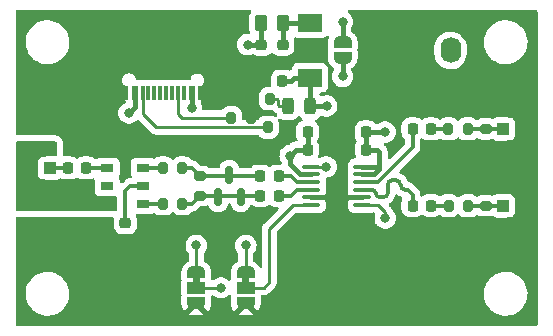
<source format=gbr>
%TF.GenerationSoftware,KiCad,Pcbnew,(7.0.0)*%
%TF.CreationDate,2023-03-22T16:00:14+00:00*%
%TF.ProjectId,CSAD2,43534144-322e-46b6-9963-61645f706362,0.2*%
%TF.SameCoordinates,Original*%
%TF.FileFunction,Copper,L1,Top*%
%TF.FilePolarity,Positive*%
%FSLAX46Y46*%
G04 Gerber Fmt 4.6, Leading zero omitted, Abs format (unit mm)*
G04 Created by KiCad (PCBNEW (7.0.0)) date 2023-03-22 16:00:14*
%MOMM*%
%LPD*%
G01*
G04 APERTURE LIST*
G04 Aperture macros list*
%AMRoundRect*
0 Rectangle with rounded corners*
0 $1 Rounding radius*
0 $2 $3 $4 $5 $6 $7 $8 $9 X,Y pos of 4 corners*
0 Add a 4 corners polygon primitive as box body*
4,1,4,$2,$3,$4,$5,$6,$7,$8,$9,$2,$3,0*
0 Add four circle primitives for the rounded corners*
1,1,$1+$1,$2,$3*
1,1,$1+$1,$4,$5*
1,1,$1+$1,$6,$7*
1,1,$1+$1,$8,$9*
0 Add four rect primitives between the rounded corners*
20,1,$1+$1,$2,$3,$4,$5,0*
20,1,$1+$1,$4,$5,$6,$7,0*
20,1,$1+$1,$6,$7,$8,$9,0*
20,1,$1+$1,$8,$9,$2,$3,0*%
%AMFreePoly0*
4,1,19,0.500000,-0.750000,0.000000,-0.750000,0.000000,-0.744911,-0.071157,-0.744911,-0.207708,-0.704816,-0.327430,-0.627875,-0.420627,-0.520320,-0.479746,-0.390866,-0.500000,-0.250000,-0.500000,0.250000,-0.479746,0.390866,-0.420627,0.520320,-0.327430,0.627875,-0.207708,0.704816,-0.071157,0.744911,0.000000,0.744911,0.000000,0.750000,0.500000,0.750000,0.500000,-0.750000,0.500000,-0.750000,
$1*%
%AMFreePoly1*
4,1,19,0.000000,0.744911,0.071157,0.744911,0.207708,0.704816,0.327430,0.627875,0.420627,0.520320,0.479746,0.390866,0.500000,0.250000,0.500000,-0.250000,0.479746,-0.390866,0.420627,-0.520320,0.327430,-0.627875,0.207708,-0.704816,0.071157,-0.744911,0.000000,-0.744911,0.000000,-0.750000,-0.500000,-0.750000,-0.500000,0.750000,0.000000,0.750000,0.000000,0.744911,0.000000,0.744911,
$1*%
%AMFreePoly2*
4,1,19,0.550000,-0.750000,0.000000,-0.750000,0.000000,-0.744911,-0.071157,-0.744911,-0.207708,-0.704816,-0.327430,-0.627875,-0.420627,-0.520320,-0.479746,-0.390866,-0.500000,-0.250000,-0.500000,0.250000,-0.479746,0.390866,-0.420627,0.520320,-0.327430,0.627875,-0.207708,0.704816,-0.071157,0.744911,0.000000,0.744911,0.000000,0.750000,0.550000,0.750000,0.550000,-0.750000,0.550000,-0.750000,
$1*%
%AMFreePoly3*
4,1,19,0.000000,0.744911,0.071157,0.744911,0.207708,0.704816,0.327430,0.627875,0.420627,0.520320,0.479746,0.390866,0.500000,0.250000,0.500000,-0.250000,0.479746,-0.390866,0.420627,-0.520320,0.327430,-0.627875,0.207708,-0.704816,0.071157,-0.744911,0.000000,-0.744911,0.000000,-0.750000,-0.550000,-0.750000,-0.550000,0.750000,0.000000,0.750000,0.000000,0.744911,0.000000,0.744911,
$1*%
G04 Aperture macros list end*
%TA.AperFunction,SMDPad,CuDef*%
%ADD10RoundRect,0.200000X-0.200000X-0.275000X0.200000X-0.275000X0.200000X0.275000X-0.200000X0.275000X0*%
%TD*%
%TA.AperFunction,SMDPad,CuDef*%
%ADD11RoundRect,0.225000X-0.225000X-0.250000X0.225000X-0.250000X0.225000X0.250000X-0.225000X0.250000X0*%
%TD*%
%TA.AperFunction,SMDPad,CuDef*%
%ADD12RoundRect,0.225000X0.250000X-0.225000X0.250000X0.225000X-0.250000X0.225000X-0.250000X-0.225000X0*%
%TD*%
%TA.AperFunction,SMDPad,CuDef*%
%ADD13RoundRect,0.225000X-0.250000X0.225000X-0.250000X-0.225000X0.250000X-0.225000X0.250000X0.225000X0*%
%TD*%
%TA.AperFunction,SMDPad,CuDef*%
%ADD14RoundRect,0.225000X0.225000X0.250000X-0.225000X0.250000X-0.225000X-0.250000X0.225000X-0.250000X0*%
%TD*%
%TA.AperFunction,SMDPad,CuDef*%
%ADD15RoundRect,0.200000X0.200000X0.275000X-0.200000X0.275000X-0.200000X-0.275000X0.200000X-0.275000X0*%
%TD*%
%TA.AperFunction,SMDPad,CuDef*%
%ADD16FreePoly0,90.000000*%
%TD*%
%TA.AperFunction,SMDPad,CuDef*%
%ADD17FreePoly1,90.000000*%
%TD*%
%TA.AperFunction,SMDPad,CuDef*%
%ADD18RoundRect,0.100000X-0.625000X-0.100000X0.625000X-0.100000X0.625000X0.100000X-0.625000X0.100000X0*%
%TD*%
%TA.AperFunction,SMDPad,CuDef*%
%ADD19R,1.000000X1.000000*%
%TD*%
%TA.AperFunction,SMDPad,CuDef*%
%ADD20R,2.200000X1.050000*%
%TD*%
%TA.AperFunction,SMDPad,CuDef*%
%ADD21RoundRect,0.243750X-0.243750X-0.456250X0.243750X-0.456250X0.243750X0.456250X-0.243750X0.456250X0*%
%TD*%
%TA.AperFunction,SMDPad,CuDef*%
%ADD22RoundRect,0.200000X0.275000X-0.200000X0.275000X0.200000X-0.275000X0.200000X-0.275000X-0.200000X0*%
%TD*%
%TA.AperFunction,ComponentPad*%
%ADD23RoundRect,0.250000X-0.620000X-0.845000X0.620000X-0.845000X0.620000X0.845000X-0.620000X0.845000X0*%
%TD*%
%TA.AperFunction,ComponentPad*%
%ADD24O,1.740000X2.190000*%
%TD*%
%TA.AperFunction,SMDPad,CuDef*%
%ADD25FreePoly2,270.000000*%
%TD*%
%TA.AperFunction,SMDPad,CuDef*%
%ADD26R,1.500000X1.000000*%
%TD*%
%TA.AperFunction,SMDPad,CuDef*%
%ADD27FreePoly3,270.000000*%
%TD*%
%TA.AperFunction,SMDPad,CuDef*%
%ADD28RoundRect,0.200000X-0.275000X0.200000X-0.275000X-0.200000X0.275000X-0.200000X0.275000X0.200000X0*%
%TD*%
%TA.AperFunction,SMDPad,CuDef*%
%ADD29R,2.000000X1.500000*%
%TD*%
%TA.AperFunction,SMDPad,CuDef*%
%ADD30R,2.000000X3.800000*%
%TD*%
%TA.AperFunction,SMDPad,CuDef*%
%ADD31RoundRect,0.250000X-0.262500X-0.450000X0.262500X-0.450000X0.262500X0.450000X-0.262500X0.450000X0*%
%TD*%
%TA.AperFunction,SMDPad,CuDef*%
%ADD32R,1.140000X0.760000*%
%TD*%
%TA.AperFunction,SMDPad,CuDef*%
%ADD33RoundRect,0.150000X0.150000X-0.587500X0.150000X0.587500X-0.150000X0.587500X-0.150000X-0.587500X0*%
%TD*%
%TA.AperFunction,SMDPad,CuDef*%
%ADD34R,0.600000X1.150000*%
%TD*%
%TA.AperFunction,SMDPad,CuDef*%
%ADD35R,0.300000X1.150000*%
%TD*%
%TA.AperFunction,SMDPad,CuDef*%
%ADD36R,2.180000X2.000000*%
%TD*%
%TA.AperFunction,ViaPad*%
%ADD37C,0.800000*%
%TD*%
%TA.AperFunction,Conductor*%
%ADD38C,0.400000*%
%TD*%
%TA.AperFunction,Conductor*%
%ADD39C,0.250000*%
%TD*%
%TA.AperFunction,Conductor*%
%ADD40C,0.300000*%
%TD*%
G04 APERTURE END LIST*
%TO.C,JP1*%
G36*
X134000000Y-101500000D02*
G01*
X133400000Y-101500000D01*
X133400000Y-101000000D01*
X134000000Y-101000000D01*
X134000000Y-101500000D01*
G37*
%TO.C,JP2*%
G36*
X138200000Y-101500000D02*
G01*
X137600000Y-101500000D01*
X137600000Y-101000000D01*
X138200000Y-101000000D01*
X138200000Y-101500000D01*
G37*
%TD*%
D10*
%TO.P,R6,1*%
%TO.N,Net-(C5-Pad2)*%
X155075000Y-94946250D03*
%TO.P,R6,2*%
%TO.N,Net-(J4-In)*%
X156725000Y-94946250D03*
%TD*%
D11*
%TO.P,C8,1*%
%TO.N,GND*%
X146525000Y-90200000D03*
%TO.P,C8,2*%
%TO.N,+3.3V*%
X148075000Y-90200000D03*
%TD*%
D12*
%TO.P,C2,1*%
%TO.N,GND*%
X141025000Y-82875000D03*
%TO.P,C2,2*%
%TO.N,Net-(U1-VI)*%
X141025000Y-81325000D03*
%TD*%
D13*
%TO.P,C17,1*%
%TO.N,Net-(T1-SC)*%
X127700000Y-96425000D03*
%TO.P,C17,2*%
%TO.N,GND*%
X127700000Y-97975000D03*
%TD*%
D14*
%TO.P,C31,1*%
%TO.N,GND*%
X144675000Y-88700000D03*
%TO.P,C31,2*%
%TO.N,+3.3V*%
X143125000Y-88700000D03*
%TD*%
D15*
%TO.P,R5,1*%
%TO.N,GND*%
X138325000Y-87500000D03*
%TO.P,R5,2*%
%TO.N,Net-(J2-CC1)*%
X136675000Y-87500000D03*
%TD*%
D12*
%TO.P,C1,1*%
%TO.N,GND*%
X139200000Y-82850000D03*
%TO.P,C1,2*%
%TO.N,Net-(JP3-B)*%
X139200000Y-81300000D03*
%TD*%
D11*
%TO.P,C16,1*%
%TO.N,Net-(D2-A)*%
X139125000Y-92445000D03*
%TO.P,C16,2*%
%TO.N,Net-(U2-IN+)*%
X140675000Y-92445000D03*
%TD*%
D16*
%TO.P,JP3,1,A*%
%TO.N,Net-(J1-Pin_2)*%
X146100000Y-82400000D03*
D17*
%TO.P,JP3,2,B*%
%TO.N,Net-(JP3-B)*%
X146100000Y-81100000D03*
%TD*%
D11*
%TO.P,C18,1*%
%TO.N,Net-(C18-Pad1)*%
X139125000Y-94095000D03*
%TO.P,C18,2*%
%TO.N,Net-(U2-IN-)*%
X140675000Y-94095000D03*
%TD*%
%TO.P,C10,1*%
%TO.N,Net-(J7-In)*%
X122825000Y-91750000D03*
%TO.P,C10,2*%
%TO.N,Net-(T1-AA)*%
X124375000Y-91750000D03*
%TD*%
D18*
%TO.P,U2,1,FILTA*%
%TO.N,Net-(JP1-C)*%
X143450000Y-91645000D03*
%TO.P,U2,2,V+*%
%TO.N,+3.3V*%
X143450000Y-92295000D03*
%TO.P,U2,3,IN+*%
%TO.N,Net-(U2-IN+)*%
X143450000Y-92945000D03*
%TO.P,U2,4,IN-*%
%TO.N,Net-(U2-IN-)*%
X143450000Y-93595000D03*
%TO.P,U2,5,GND*%
%TO.N,GND*%
X143450000Y-94245000D03*
%TO.P,U2,6,FILTB*%
%TO.N,Net-(JP2-C)*%
X143450000Y-94895000D03*
%TO.P,U2,7,SD2*%
%TO.N,+3.3V*%
X147750000Y-94895000D03*
%TO.P,U2,8,GNDOUT*%
%TO.N,GND*%
X147750000Y-94245000D03*
%TO.P,U2,9,OUT2*%
%TO.N,Net-(U2-OUT2)*%
X147750000Y-93595000D03*
%TO.P,U2,10,OUT1*%
%TO.N,Net-(U2-OUT1)*%
X147750000Y-92945000D03*
%TO.P,U2,11,VDD*%
%TO.N,+3.3V*%
X147750000Y-92295000D03*
%TO.P,U2,12,SD1*%
X147750000Y-91645000D03*
%TD*%
D10*
%TO.P,R10,1*%
%TO.N,Net-(T1-SB)*%
X130875000Y-91750000D03*
%TO.P,R10,2*%
%TO.N,Net-(D2-A)*%
X132525000Y-91750000D03*
%TD*%
D11*
%TO.P,C30,1*%
%TO.N,GND*%
X146525000Y-88700000D03*
%TO.P,C30,2*%
%TO.N,+3.3V*%
X148075000Y-88700000D03*
%TD*%
D19*
%TO.P,J4,1,In*%
%TO.N,Net-(J4-In)*%
X159699999Y-94946249D03*
D20*
%TO.P,J4,2,Ext*%
%TO.N,GND*%
X161099999Y-96421249D03*
X161199999Y-93471249D03*
%TD*%
D21*
%TO.P,D1,1,K*%
%TO.N,Net-(D1-K)*%
X141462500Y-86500000D03*
%TO.P,D1,2,A*%
%TO.N,+3.3V*%
X143337500Y-86500000D03*
%TD*%
D11*
%TO.P,C4,1*%
%TO.N,Net-(U2-OUT1)*%
X152025000Y-88446250D03*
%TO.P,C4,2*%
%TO.N,Net-(C4-Pad2)*%
X153575000Y-88446250D03*
%TD*%
D22*
%TO.P,R7,1*%
%TO.N,GND*%
X158200000Y-96596250D03*
%TO.P,R7,2*%
%TO.N,Net-(J4-In)*%
X158200000Y-94946250D03*
%TD*%
D23*
%TO.P,J1,1,Pin_1*%
%TO.N,GND*%
X152700000Y-81800000D03*
D24*
%TO.P,J1,2,Pin_2*%
%TO.N,Net-(J1-Pin_2)*%
X155239999Y-81799999D03*
%TD*%
D10*
%TO.P,R12,1*%
%TO.N,Net-(T1-SA)*%
X130875000Y-94790000D03*
%TO.P,R12,2*%
%TO.N,Net-(C18-Pad1)*%
X132525000Y-94790000D03*
%TD*%
D25*
%TO.P,JP1,1,A*%
%TO.N,+3.3V*%
X133700000Y-100600000D03*
D26*
%TO.P,JP1,2,C*%
%TO.N,Net-(JP1-C)*%
X133699999Y-101899999D03*
D27*
%TO.P,JP1,3,B*%
%TO.N,GND*%
X133700000Y-103200000D03*
%TD*%
D28*
%TO.P,R3,1*%
%TO.N,GND*%
X158200000Y-86796250D03*
%TO.P,R3,2*%
%TO.N,Net-(J3-In)*%
X158200000Y-88446250D03*
%TD*%
D29*
%TO.P,U1,1,VI*%
%TO.N,Net-(U1-VI)*%
X143337499Y-79499999D03*
%TO.P,U1,2,GND*%
%TO.N,GND*%
X143337499Y-81799999D03*
D30*
X149637499Y-81799999D03*
D29*
%TO.P,U1,3,VO*%
%TO.N,+3.3V*%
X143337499Y-84099999D03*
%TD*%
D31*
%TO.P,FB1,1*%
%TO.N,Net-(JP3-B)*%
X139200000Y-79500000D03*
%TO.P,FB1,2*%
%TO.N,Net-(U1-VI)*%
X141025000Y-79500000D03*
%TD*%
D32*
%TO.P,T1,1,SB*%
%TO.N,Net-(T1-SB)*%
X129224999Y-91749999D03*
%TO.P,T1,2,SC*%
%TO.N,Net-(T1-SC)*%
X129224999Y-93269999D03*
%TO.P,T1,3,SA*%
%TO.N,Net-(T1-SA)*%
X129224999Y-94789999D03*
%TO.P,T1,4,AB*%
%TO.N,Earth*%
X126174999Y-94789999D03*
%TO.P,T1,5*%
%TO.N,N/C*%
X126174999Y-93269999D03*
%TO.P,T1,6,AA*%
%TO.N,Net-(T1-AA)*%
X126174999Y-91749999D03*
%TD*%
D15*
%TO.P,R1,1*%
%TO.N,Net-(D1-K)*%
X139925000Y-85900000D03*
%TO.P,R1,2*%
%TO.N,GND*%
X138275000Y-85900000D03*
%TD*%
D19*
%TO.P,J3,1,In*%
%TO.N,Net-(J3-In)*%
X159699999Y-88446249D03*
D20*
%TO.P,J3,2,Ext*%
%TO.N,GND*%
X161099999Y-89921249D03*
X161199999Y-86971249D03*
%TD*%
D11*
%TO.P,C3,1*%
%TO.N,GND*%
X139425000Y-84400000D03*
%TO.P,C3,2*%
%TO.N,+3.3V*%
X140975000Y-84400000D03*
%TD*%
D10*
%TO.P,R2,1*%
%TO.N,Net-(C4-Pad2)*%
X155050000Y-88446250D03*
%TO.P,R2,2*%
%TO.N,Net-(J3-In)*%
X156700000Y-88446250D03*
%TD*%
D33*
%TO.P,D2,1,K*%
%TO.N,Net-(C18-Pad1)*%
X135550000Y-94207500D03*
%TO.P,D2,2,K*%
X137450000Y-94207500D03*
%TO.P,D2,3,A*%
%TO.N,Net-(D2-A)*%
X136500000Y-92332500D03*
%TD*%
D25*
%TO.P,JP2,1,A*%
%TO.N,+3.3V*%
X137900000Y-100600000D03*
D26*
%TO.P,JP2,2,C*%
%TO.N,Net-(JP2-C)*%
X137899999Y-101899999D03*
D27*
%TO.P,JP2,3,B*%
%TO.N,GND*%
X137900000Y-103200000D03*
%TD*%
D14*
%TO.P,C7,1*%
%TO.N,GND*%
X144675000Y-90200000D03*
%TO.P,C7,2*%
%TO.N,+3.3V*%
X143125000Y-90200000D03*
%TD*%
D28*
%TO.P,R11,1*%
%TO.N,Net-(D2-A)*%
X134000000Y-92445000D03*
%TO.P,R11,2*%
%TO.N,Net-(C18-Pad1)*%
X134000000Y-94095000D03*
%TD*%
D11*
%TO.P,C5,1*%
%TO.N,Net-(U2-OUT2)*%
X152025000Y-94946250D03*
%TO.P,C5,2*%
%TO.N,Net-(C5-Pad2)*%
X153575000Y-94946250D03*
%TD*%
D19*
%TO.P,J7,1,In*%
%TO.N,Net-(J7-In)*%
X121299999Y-91749999D03*
D20*
%TO.P,J7,2,Ext*%
%TO.N,Earth*%
X119899999Y-90274999D03*
X119799999Y-93224999D03*
%TD*%
D15*
%TO.P,R4,1*%
%TO.N,GND*%
X141425000Y-88300000D03*
%TO.P,R4,2*%
%TO.N,Net-(J2-CC2)*%
X139775000Y-88300000D03*
%TD*%
D34*
%TO.P,J2,A1,GND*%
%TO.N,GND*%
X134099999Y-85389999D03*
%TO.P,J2,A4,VBUS*%
%TO.N,Net-(JP3-B)*%
X133299999Y-85389999D03*
D35*
%TO.P,J2,A5,CC1*%
%TO.N,Net-(J2-CC1)*%
X132149999Y-85389999D03*
%TO.P,J2,A6,D+*%
%TO.N,unconnected-(J2-D+-PadA6)*%
X131149999Y-85389999D03*
%TO.P,J2,A7,D-*%
%TO.N,unconnected-(J2-D--PadA7)*%
X130649999Y-85389999D03*
%TO.P,J2,A8,SBU1*%
%TO.N,unconnected-(J2-SBU1-PadA8)*%
X129649999Y-85389999D03*
D34*
%TO.P,J2,A9,VBUS*%
%TO.N,Net-(JP3-B)*%
X128499999Y-85389999D03*
%TO.P,J2,A12,GND*%
%TO.N,GND*%
X127699999Y-85389999D03*
%TO.P,J2,B1,GND*%
X127699999Y-85389999D03*
%TO.P,J2,B4,VBUS*%
%TO.N,Net-(JP3-B)*%
X128499999Y-85389999D03*
D35*
%TO.P,J2,B5,CC2*%
%TO.N,Net-(J2-CC2)*%
X129149999Y-85389999D03*
%TO.P,J2,B6,D+*%
%TO.N,unconnected-(J2-D+-PadB6)*%
X130149999Y-85389999D03*
%TO.P,J2,B7,D-*%
%TO.N,unconnected-(J2-D--PadB7)*%
X131649999Y-85389999D03*
%TO.P,J2,B8,SBU2*%
%TO.N,unconnected-(J2-SBU2-PadB8)*%
X132649999Y-85389999D03*
D34*
%TO.P,J2,B9,VBUS*%
%TO.N,Net-(JP3-B)*%
X133299999Y-85389999D03*
%TO.P,J2,B12,GND*%
%TO.N,GND*%
X134099999Y-85389999D03*
D36*
%TO.P,J2,S1,SHIELD*%
X136009999Y-84814999D03*
X136009999Y-80884999D03*
X125789999Y-84814999D03*
X125789999Y-80884999D03*
%TD*%
D37*
%TO.N,GND*%
X124000000Y-85000000D03*
X120000000Y-85000000D03*
X127000000Y-103000000D03*
X135000000Y-90000000D03*
X150400000Y-87500000D03*
X153000000Y-98000000D03*
X161000000Y-92000000D03*
X157500000Y-83900000D03*
X136900000Y-83100000D03*
X161000000Y-85000000D03*
X158000000Y-98000000D03*
X127000000Y-100000000D03*
X131000000Y-98000000D03*
X126800000Y-86500000D03*
X125000000Y-98000000D03*
X153000000Y-91000000D03*
X138000000Y-90000000D03*
X150300000Y-84900000D03*
X148000000Y-103000000D03*
X139900000Y-103200000D03*
X131000000Y-103000000D03*
X124000000Y-89000000D03*
X144000000Y-103000000D03*
X129000000Y-89000000D03*
X149100000Y-84900000D03*
X149000000Y-79200000D03*
X142900000Y-98000000D03*
X148000000Y-98000000D03*
X135000000Y-86400000D03*
X150300000Y-79200000D03*
X121000000Y-98000000D03*
X153000000Y-103000000D03*
X158000000Y-91000000D03*
%TO.N,+3.3V*%
X144750000Y-86500000D03*
X133700000Y-98300000D03*
X149700000Y-96000000D03*
X141650000Y-90700000D03*
X137900000Y-98300000D03*
X149700000Y-88700000D03*
%TO.N,Net-(JP1-C)*%
X144700000Y-91650000D03*
X135800000Y-101900000D03*
%TO.N,Net-(JP3-B)*%
X138050000Y-81300000D03*
X128000000Y-87100000D03*
X133300000Y-86700000D03*
X146100000Y-79400000D03*
%TO.N,Net-(J1-Pin_2)*%
X146100000Y-84000000D03*
%TD*%
D38*
%TO.N,GND*%
X147750000Y-94245000D02*
X143450000Y-94245000D01*
X127700000Y-85600000D02*
X126800000Y-86500000D01*
X134100000Y-85500000D02*
X135000000Y-86400000D01*
X134100000Y-85390000D02*
X134100000Y-85500000D01*
X127700000Y-85390000D02*
X127700000Y-85600000D01*
%TO.N,Net-(U1-VI)*%
X141025000Y-79500000D02*
X141025000Y-81325000D01*
X141025000Y-79500000D02*
X143337500Y-79500000D01*
%TO.N,+3.3V*%
X148075000Y-90200000D02*
X148075000Y-88700000D01*
X149195000Y-91645000D02*
X149200000Y-91650000D01*
D39*
X149700000Y-96000000D02*
X149700000Y-95500000D01*
X137900000Y-100600000D02*
X137900000Y-98300000D01*
D38*
X141650000Y-91450000D02*
X141650000Y-90700000D01*
X149200000Y-91850000D02*
X149200000Y-91650000D01*
X149200000Y-91650000D02*
X149200000Y-90400000D01*
D39*
X149095000Y-94895000D02*
X147750000Y-94895000D01*
X133700000Y-100600000D02*
X133700000Y-98300000D01*
D38*
X149200000Y-90400000D02*
X149000000Y-90200000D01*
X143337500Y-84100000D02*
X143337500Y-86500000D01*
X147750000Y-92295000D02*
X148755000Y-92295000D01*
X140975000Y-84400000D02*
X141700000Y-84400000D01*
X142495000Y-92295000D02*
X141650000Y-91450000D01*
X141700000Y-84400000D02*
X142000000Y-84100000D01*
X148075000Y-88700000D02*
X149700000Y-88700000D01*
X147750000Y-91645000D02*
X149195000Y-91645000D01*
X142000000Y-84100000D02*
X143337500Y-84100000D01*
D39*
X149700000Y-95500000D02*
X149095000Y-94895000D01*
D38*
X142150000Y-90200000D02*
X143125000Y-90200000D01*
X141650000Y-90700000D02*
X142150000Y-90200000D01*
X148755000Y-92295000D02*
X149200000Y-91850000D01*
X143125000Y-90200000D02*
X143125000Y-88700000D01*
X143450000Y-92295000D02*
X142495000Y-92295000D01*
X149000000Y-90200000D02*
X148075000Y-90200000D01*
X143337500Y-86500000D02*
X144750000Y-86500000D01*
D40*
%TO.N,Net-(U2-OUT1)*%
X149055000Y-92945000D02*
X152025000Y-89975000D01*
X152025000Y-89975000D02*
X152025000Y-88446250D01*
X147750000Y-92945000D02*
X149055000Y-92945000D01*
%TO.N,Net-(C4-Pad2)*%
X153575000Y-88446250D02*
X155050000Y-88446250D01*
%TO.N,Net-(U2-OUT2)*%
X148300000Y-93595000D02*
X147750000Y-93595000D01*
X149595018Y-94204965D02*
X149204982Y-94204965D01*
X152025000Y-94946250D02*
X152025000Y-94025000D01*
X150590050Y-92785049D02*
X150304975Y-92785049D01*
X150995025Y-93190025D02*
X150995025Y-93190024D01*
X149900000Y-93190024D02*
X149900000Y-93190025D01*
X151595000Y-93595000D02*
X151400000Y-93595000D01*
X148595018Y-93595000D02*
X148300000Y-93595000D01*
X148900000Y-93899983D02*
X148900000Y-93899982D01*
X149900000Y-93190025D02*
X149900000Y-93899983D01*
X152025000Y-94025000D02*
X151595000Y-93595000D01*
X148900000Y-93899982D02*
G75*
G03*
X148595018Y-93595000I-305000J-18D01*
G01*
X148900035Y-93899983D02*
G75*
G03*
X149204982Y-94204965I304965J-17D01*
G01*
X149595018Y-94205000D02*
G75*
G03*
X149900000Y-93899983I-18J305000D01*
G01*
X150995051Y-93190024D02*
G75*
G03*
X150590050Y-92785049I-404951J24D01*
G01*
X150304975Y-92785000D02*
G75*
G03*
X149900000Y-93190024I25J-405000D01*
G01*
X150995000Y-93190025D02*
G75*
G03*
X151400000Y-93595000I405000J25D01*
G01*
%TO.N,Net-(C5-Pad2)*%
X153575000Y-94946250D02*
X155075000Y-94946250D01*
%TO.N,Net-(J7-In)*%
X121300000Y-91750000D02*
X122825000Y-91750000D01*
%TO.N,Net-(T1-AA)*%
X124375000Y-91750000D02*
X126175000Y-91750000D01*
%TO.N,Net-(D2-A)*%
X139125000Y-92445000D02*
X134000000Y-92445000D01*
X132525000Y-91750000D02*
X133305000Y-91750000D01*
X133305000Y-91750000D02*
X134000000Y-92445000D01*
%TO.N,Net-(U2-IN+)*%
X141745000Y-92445000D02*
X142245000Y-92945000D01*
X140675000Y-92445000D02*
X141745000Y-92445000D01*
X142245000Y-92945000D02*
X143450000Y-92945000D01*
%TO.N,Net-(T1-SC)*%
X128130000Y-93270000D02*
X127700000Y-93700000D01*
X129225000Y-93270000D02*
X128130000Y-93270000D01*
X127700000Y-93700000D02*
X127700000Y-96425000D01*
%TO.N,Net-(C18-Pad1)*%
X133305000Y-94790000D02*
X134000000Y-94095000D01*
X132525000Y-94790000D02*
X133305000Y-94790000D01*
X139125000Y-94095000D02*
X134000000Y-94095000D01*
%TO.N,Net-(U2-IN-)*%
X142205000Y-93595000D02*
X143450000Y-93595000D01*
X141705000Y-94095000D02*
X142205000Y-93595000D01*
X140675000Y-94095000D02*
X141705000Y-94095000D01*
D39*
%TO.N,Net-(D1-K)*%
X140700000Y-86500000D02*
X141462500Y-86500000D01*
X140500000Y-85900000D02*
X140600000Y-86000000D01*
X140600000Y-86000000D02*
X140600000Y-86400000D01*
X140600000Y-86400000D02*
X140700000Y-86500000D01*
X139925000Y-85900000D02*
X140500000Y-85900000D01*
%TO.N,Net-(J2-CC1)*%
X132500000Y-87500000D02*
X132150000Y-87150000D01*
X136675000Y-87500000D02*
X132500000Y-87500000D01*
X132150000Y-87150000D02*
X132150000Y-85390000D01*
%TO.N,Net-(J2-CC2)*%
X130300000Y-88300000D02*
X129150000Y-87150000D01*
X139775000Y-88300000D02*
X130300000Y-88300000D01*
X129150000Y-87150000D02*
X129150000Y-85390000D01*
D40*
%TO.N,Net-(J3-In)*%
X156700000Y-88446250D02*
X159700000Y-88446250D01*
%TO.N,Net-(J4-In)*%
X156725000Y-94946250D02*
X159700000Y-94946250D01*
D39*
%TO.N,Net-(JP1-C)*%
X135800000Y-101900000D02*
X133700000Y-101900000D01*
X143450000Y-91645000D02*
X144695000Y-91645000D01*
X144695000Y-91645000D02*
X144700000Y-91650000D01*
%TO.N,Net-(JP2-C)*%
X137900000Y-101900000D02*
X139400000Y-101900000D01*
X139900000Y-96900000D02*
X141900000Y-94900000D01*
X139900000Y-101400000D02*
X139900000Y-96900000D01*
X141900000Y-94900000D02*
X143445000Y-94900000D01*
X143445000Y-94900000D02*
X143450000Y-94895000D01*
X139400000Y-101900000D02*
X139900000Y-101400000D01*
D40*
%TO.N,Net-(T1-SB)*%
X129225000Y-91750000D02*
X130875000Y-91750000D01*
%TO.N,Net-(T1-SA)*%
X129225000Y-94790000D02*
X130875000Y-94790000D01*
D38*
%TO.N,Net-(JP3-B)*%
X133300000Y-85390000D02*
X133300000Y-86700000D01*
X139200000Y-81325000D02*
X139200000Y-79500000D01*
X139200000Y-81300000D02*
X138050000Y-81300000D01*
X146100000Y-79400000D02*
X146100000Y-81100000D01*
X128500000Y-86600000D02*
X128500000Y-85390000D01*
X128000000Y-87100000D02*
X128500000Y-86600000D01*
%TO.N,Net-(J1-Pin_2)*%
X146100000Y-84000000D02*
X146100000Y-82400000D01*
%TD*%
%TA.AperFunction,Conductor*%
%TO.N,Earth*%
G36*
X121838000Y-89516613D02*
G01*
X121883387Y-89562000D01*
X121900000Y-89624000D01*
X121900000Y-90625500D01*
X121883387Y-90687500D01*
X121838000Y-90732887D01*
X121776000Y-90749500D01*
X120755439Y-90749500D01*
X120755420Y-90749500D01*
X120752128Y-90749501D01*
X120748850Y-90749853D01*
X120748838Y-90749854D01*
X120700231Y-90755079D01*
X120700225Y-90755080D01*
X120692517Y-90755909D01*
X120685252Y-90758618D01*
X120685246Y-90758620D01*
X120565980Y-90803104D01*
X120565978Y-90803104D01*
X120557669Y-90806204D01*
X120550572Y-90811516D01*
X120550568Y-90811519D01*
X120449550Y-90887141D01*
X120449546Y-90887144D01*
X120442454Y-90892454D01*
X120437144Y-90899546D01*
X120437141Y-90899550D01*
X120361519Y-91000568D01*
X120361516Y-91000572D01*
X120356204Y-91007669D01*
X120353104Y-91015978D01*
X120353104Y-91015980D01*
X120308620Y-91135247D01*
X120308619Y-91135250D01*
X120305909Y-91142517D01*
X120305079Y-91150227D01*
X120305079Y-91150232D01*
X120299855Y-91198819D01*
X120299854Y-91198831D01*
X120299500Y-91202127D01*
X120299500Y-91205448D01*
X120299500Y-91205449D01*
X120299500Y-92294560D01*
X120299500Y-92294578D01*
X120299501Y-92297872D01*
X120299853Y-92301150D01*
X120299854Y-92301161D01*
X120305079Y-92349768D01*
X120305080Y-92349773D01*
X120305909Y-92357483D01*
X120308619Y-92364749D01*
X120308620Y-92364753D01*
X120341551Y-92453044D01*
X120356204Y-92492331D01*
X120361518Y-92499430D01*
X120361519Y-92499431D01*
X120428090Y-92588359D01*
X120442454Y-92607546D01*
X120557669Y-92693796D01*
X120692517Y-92744091D01*
X120752127Y-92750500D01*
X121847872Y-92750499D01*
X121907483Y-92744091D01*
X122042331Y-92693796D01*
X122110518Y-92642750D01*
X122154849Y-92621696D01*
X122203879Y-92619490D01*
X122249923Y-92636479D01*
X122291303Y-92662003D01*
X122452292Y-92715349D01*
X122551655Y-92725500D01*
X123098344Y-92725499D01*
X123197708Y-92715349D01*
X123358697Y-92662003D01*
X123429289Y-92618460D01*
X123494385Y-92600000D01*
X123705615Y-92600000D01*
X123770710Y-92618460D01*
X123841303Y-92662003D01*
X124002292Y-92715349D01*
X124101655Y-92725500D01*
X124648344Y-92725499D01*
X124747708Y-92715349D01*
X124908697Y-92662003D01*
X124925357Y-92651726D01*
X124980343Y-92633677D01*
X125037537Y-92642550D01*
X125084473Y-92676415D01*
X125110926Y-92727894D01*
X125111119Y-92781953D01*
X125110909Y-92782517D01*
X125110080Y-92790222D01*
X125110079Y-92790229D01*
X125104855Y-92838819D01*
X125104854Y-92838831D01*
X125104500Y-92842127D01*
X125104500Y-92845448D01*
X125104500Y-92845449D01*
X125104500Y-93694560D01*
X125104500Y-93694578D01*
X125104501Y-93697872D01*
X125104853Y-93701150D01*
X125104854Y-93701161D01*
X125110079Y-93749768D01*
X125110080Y-93749773D01*
X125110909Y-93757483D01*
X125113619Y-93764749D01*
X125113620Y-93764753D01*
X125147217Y-93854831D01*
X125161204Y-93892331D01*
X125247454Y-94007546D01*
X125362669Y-94093796D01*
X125497517Y-94144091D01*
X125557127Y-94150500D01*
X126792872Y-94150499D01*
X126852483Y-94144091D01*
X126852499Y-94144244D01*
X126902902Y-94143909D01*
X126952943Y-94167715D01*
X126987618Y-94210942D01*
X127000000Y-94264956D01*
X127000000Y-95276000D01*
X126983387Y-95338000D01*
X126938000Y-95383387D01*
X126876000Y-95400000D01*
X118524500Y-95400000D01*
X118462500Y-95383387D01*
X118417113Y-95338000D01*
X118400500Y-95276000D01*
X118400500Y-89624000D01*
X118417113Y-89562000D01*
X118462500Y-89516613D01*
X118524500Y-89500000D01*
X121776000Y-89500000D01*
X121838000Y-89516613D01*
G37*
%TD.AperFunction*%
%TD*%
%TA.AperFunction,Conductor*%
%TO.N,GND*%
G36*
X138296938Y-78417566D02*
G01*
X138342436Y-78464068D01*
X138358130Y-78527204D01*
X138339698Y-78589596D01*
X138257236Y-78723290D01*
X138252686Y-78730666D01*
X138250415Y-78737517D01*
X138250414Y-78737521D01*
X138205385Y-78873410D01*
X138197501Y-78897203D01*
X138196813Y-78903933D01*
X138196812Y-78903940D01*
X138187319Y-78996859D01*
X138187318Y-78996877D01*
X138187000Y-78999991D01*
X138187000Y-79003138D01*
X138187000Y-79003139D01*
X138187000Y-79996859D01*
X138187000Y-79996878D01*
X138187001Y-80000008D01*
X138187320Y-80003140D01*
X138187321Y-80003141D01*
X138196812Y-80096061D01*
X138196813Y-80096069D01*
X138197501Y-80102797D01*
X138240301Y-80231959D01*
X138241805Y-80236496D01*
X138246656Y-80294363D01*
X138224629Y-80348093D01*
X138180555Y-80385903D01*
X138124099Y-80399500D01*
X137955354Y-80399500D01*
X137948995Y-80400851D01*
X137948991Y-80400852D01*
X137776559Y-80437503D01*
X137776552Y-80437505D01*
X137770197Y-80438856D01*
X137764262Y-80441498D01*
X137764254Y-80441501D01*
X137603207Y-80513205D01*
X137603202Y-80513207D01*
X137597270Y-80515849D01*
X137592016Y-80519665D01*
X137592011Y-80519669D01*
X137449388Y-80623290D01*
X137449381Y-80623295D01*
X137444129Y-80627112D01*
X137439784Y-80631937D01*
X137439779Y-80631942D01*
X137321813Y-80762956D01*
X137321808Y-80762962D01*
X137317467Y-80767784D01*
X137314222Y-80773404D01*
X137314218Y-80773410D01*
X137226069Y-80926089D01*
X137226066Y-80926094D01*
X137222821Y-80931716D01*
X137220815Y-80937888D01*
X137220813Y-80937894D01*
X137166333Y-81105564D01*
X137166331Y-81105573D01*
X137164326Y-81111744D01*
X137163648Y-81118194D01*
X137163646Y-81118204D01*
X137151517Y-81233613D01*
X137144540Y-81300000D01*
X137145219Y-81306460D01*
X137163646Y-81481795D01*
X137163647Y-81481803D01*
X137164326Y-81488256D01*
X137166331Y-81494428D01*
X137166333Y-81494435D01*
X137220813Y-81662105D01*
X137222821Y-81668284D01*
X137226068Y-81673908D01*
X137226069Y-81673910D01*
X137313690Y-81825675D01*
X137317467Y-81832216D01*
X137321811Y-81837041D01*
X137321813Y-81837043D01*
X137418319Y-81944223D01*
X137444129Y-81972888D01*
X137449387Y-81976708D01*
X137449388Y-81976709D01*
X137463573Y-81987015D01*
X137597270Y-82084151D01*
X137770197Y-82161144D01*
X137955354Y-82200500D01*
X138138143Y-82200500D01*
X138144646Y-82200500D01*
X138329803Y-82161144D01*
X138426560Y-82118064D01*
X138485281Y-82107621D01*
X138542085Y-82125804D01*
X138641303Y-82187003D01*
X138802292Y-82240349D01*
X138901655Y-82250500D01*
X139498344Y-82250499D01*
X139597708Y-82240349D01*
X139758697Y-82187003D01*
X139903044Y-82097968D01*
X140013999Y-81987012D01*
X140074252Y-81953767D01*
X140142956Y-81957768D01*
X140198666Y-81997588D01*
X140202032Y-82003044D01*
X140321956Y-82122968D01*
X140466303Y-82212003D01*
X140627292Y-82265349D01*
X140726655Y-82275500D01*
X141323344Y-82275499D01*
X141422708Y-82265349D01*
X141583697Y-82212003D01*
X141728044Y-82122968D01*
X141847968Y-82003044D01*
X141937003Y-81858697D01*
X141990349Y-81697708D01*
X142000500Y-81598345D01*
X142000499Y-81051656D01*
X141990349Y-80952292D01*
X141959215Y-80858337D01*
X141956534Y-80789622D01*
X141990879Y-80730045D01*
X142051686Y-80697929D01*
X142120253Y-80703151D01*
X142230017Y-80744091D01*
X142289627Y-80750500D01*
X144385372Y-80750499D01*
X144444983Y-80744091D01*
X144579831Y-80693796D01*
X144695046Y-80607546D01*
X144707303Y-80591171D01*
X144753717Y-80553309D01*
X144812467Y-80541621D01*
X144869841Y-80558837D01*
X144912450Y-80600940D01*
X144930351Y-80658104D01*
X144919367Y-80716988D01*
X144905342Y-80747700D01*
X144904094Y-80751950D01*
X144904093Y-80751953D01*
X144866083Y-80881402D01*
X144866080Y-80881412D01*
X144864835Y-80885655D01*
X144864205Y-80890032D01*
X144864204Y-80890040D01*
X144844982Y-81023730D01*
X144844981Y-81023742D01*
X144844353Y-81028111D01*
X144844353Y-81600000D01*
X144844881Y-81604017D01*
X144844882Y-81604019D01*
X144861583Y-81730871D01*
X144859211Y-81731183D01*
X144859213Y-81768817D01*
X144861583Y-81769129D01*
X144844353Y-81900000D01*
X144844353Y-82471889D01*
X144844981Y-82476258D01*
X144844982Y-82476269D01*
X144862219Y-82596152D01*
X144864835Y-82614345D01*
X144866081Y-82618590D01*
X144866083Y-82618597D01*
X144895284Y-82718044D01*
X144905342Y-82752300D01*
X144907180Y-82756326D01*
X144907184Y-82756335D01*
X144963286Y-82879181D01*
X144965129Y-82883216D01*
X144967519Y-82886936D01*
X144967523Y-82886942D01*
X145022590Y-82972628D01*
X145042861Y-83004170D01*
X145086097Y-83061927D01*
X145137113Y-83112943D01*
X145245774Y-83207097D01*
X145249502Y-83209493D01*
X145249513Y-83209501D01*
X145342539Y-83269285D01*
X145384332Y-83314173D01*
X145399500Y-83373600D01*
X145399500Y-83384608D01*
X145391251Y-83429080D01*
X145374296Y-83456720D01*
X145375637Y-83457694D01*
X145371812Y-83462957D01*
X145367467Y-83467784D01*
X145364220Y-83473407D01*
X145364217Y-83473412D01*
X145276069Y-83626089D01*
X145276066Y-83626094D01*
X145272821Y-83631716D01*
X145270815Y-83637888D01*
X145270813Y-83637894D01*
X145216333Y-83805564D01*
X145216331Y-83805573D01*
X145214326Y-83811744D01*
X145213648Y-83818194D01*
X145213646Y-83818204D01*
X145204572Y-83904549D01*
X145194540Y-84000000D01*
X145195219Y-84006460D01*
X145213646Y-84181795D01*
X145213647Y-84181803D01*
X145214326Y-84188256D01*
X145216331Y-84194428D01*
X145216333Y-84194435D01*
X145256703Y-84318679D01*
X145272821Y-84368284D01*
X145367467Y-84532216D01*
X145494129Y-84672888D01*
X145499387Y-84676708D01*
X145499388Y-84676709D01*
X145557607Y-84719007D01*
X145647270Y-84784151D01*
X145820197Y-84861144D01*
X146005354Y-84900500D01*
X146188143Y-84900500D01*
X146194646Y-84900500D01*
X146379803Y-84861144D01*
X146552730Y-84784151D01*
X146705871Y-84672888D01*
X146832533Y-84532216D01*
X146927179Y-84368284D01*
X146985674Y-84188256D01*
X147005460Y-84000000D01*
X146985674Y-83811744D01*
X146927179Y-83631716D01*
X146832533Y-83467784D01*
X146828185Y-83462955D01*
X146824363Y-83457694D01*
X146825703Y-83456720D01*
X146808749Y-83429080D01*
X146800500Y-83384608D01*
X146800500Y-83373600D01*
X146815668Y-83314173D01*
X146857461Y-83269285D01*
X146950486Y-83209501D01*
X146950490Y-83209497D01*
X146954226Y-83207097D01*
X147062887Y-83112943D01*
X147113903Y-83061927D01*
X147157139Y-83004170D01*
X147234871Y-82883216D01*
X147294658Y-82752300D01*
X147335165Y-82614345D01*
X147355647Y-82471889D01*
X147355647Y-82083216D01*
X153869500Y-82083216D01*
X153869722Y-82085832D01*
X153869723Y-82085840D01*
X153883882Y-82252199D01*
X153883883Y-82252208D01*
X153884330Y-82257453D01*
X153943115Y-82483219D01*
X153945283Y-82488015D01*
X153945284Y-82488018D01*
X154037036Y-82690999D01*
X154037040Y-82691007D01*
X154039208Y-82695802D01*
X154169847Y-82889088D01*
X154331272Y-83057516D01*
X154518839Y-83196240D01*
X154727153Y-83301270D01*
X154950220Y-83369583D01*
X155181624Y-83399216D01*
X155414707Y-83389314D01*
X155642765Y-83340164D01*
X155859235Y-83253179D01*
X156057891Y-83130862D01*
X156233018Y-82976731D01*
X156379578Y-82795220D01*
X156493354Y-82591552D01*
X156571073Y-82371584D01*
X156610500Y-82141647D01*
X156610500Y-81516784D01*
X156595670Y-81342547D01*
X156550160Y-81167765D01*
X158045788Y-81167765D01*
X158046282Y-81172262D01*
X158046283Y-81172267D01*
X158074917Y-81432506D01*
X158074918Y-81432513D01*
X158075414Y-81437018D01*
X158076559Y-81441398D01*
X158076561Y-81441408D01*
X158096955Y-81519415D01*
X158143928Y-81699088D01*
X158145693Y-81703242D01*
X158145696Y-81703250D01*
X158214367Y-81864845D01*
X158249870Y-81948390D01*
X158252226Y-81952251D01*
X158252229Y-81952256D01*
X158378097Y-82158498D01*
X158390982Y-82179610D01*
X158460561Y-82263218D01*
X158554878Y-82376553D01*
X158564255Y-82387820D01*
X158567630Y-82390844D01*
X158567631Y-82390845D01*
X158672330Y-82484656D01*
X158765998Y-82568582D01*
X158991910Y-82718044D01*
X159237176Y-82833020D01*
X159496569Y-82911060D01*
X159764561Y-82950500D01*
X159965369Y-82950500D01*
X159967631Y-82950500D01*
X160170156Y-82935677D01*
X160434553Y-82876780D01*
X160687558Y-82780014D01*
X160923777Y-82647441D01*
X161138177Y-82481888D01*
X161326186Y-82286881D01*
X161483799Y-82066579D01*
X161607656Y-81825675D01*
X161695118Y-81569305D01*
X161744319Y-81302933D01*
X161754212Y-81032235D01*
X161724586Y-80762982D01*
X161656072Y-80500912D01*
X161652425Y-80492331D01*
X161613551Y-80400852D01*
X161550130Y-80251610D01*
X161409018Y-80020390D01*
X161235745Y-79812180D01*
X161130759Y-79718112D01*
X161037382Y-79634446D01*
X161037378Y-79634442D01*
X161034002Y-79631418D01*
X160808090Y-79481956D01*
X160803996Y-79480036D01*
X160803991Y-79480034D01*
X160566929Y-79368904D01*
X160566925Y-79368902D01*
X160562824Y-79366980D01*
X160558477Y-79365672D01*
X160558474Y-79365671D01*
X160307772Y-79290246D01*
X160307771Y-79290245D01*
X160303431Y-79288940D01*
X160298957Y-79288281D01*
X160298950Y-79288280D01*
X160039913Y-79250158D01*
X160039907Y-79250157D01*
X160035439Y-79249500D01*
X159832369Y-79249500D01*
X159830120Y-79249664D01*
X159830109Y-79249665D01*
X159634363Y-79263992D01*
X159634359Y-79263992D01*
X159629844Y-79264323D01*
X159625426Y-79265307D01*
X159625420Y-79265308D01*
X159369877Y-79322232D01*
X159369861Y-79322236D01*
X159365447Y-79323220D01*
X159361216Y-79324838D01*
X159361210Y-79324840D01*
X159116673Y-79418367D01*
X159116663Y-79418371D01*
X159112442Y-79419986D01*
X159108494Y-79422201D01*
X159108489Y-79422204D01*
X158880176Y-79550340D01*
X158880171Y-79550343D01*
X158876223Y-79552559D01*
X158872639Y-79555325D01*
X158872635Y-79555329D01*
X158665407Y-79715343D01*
X158665394Y-79715354D01*
X158661823Y-79718112D01*
X158658685Y-79721366D01*
X158658678Y-79721373D01*
X158476958Y-79909857D01*
X158476952Y-79909864D01*
X158473814Y-79913119D01*
X158471189Y-79916787D01*
X158471179Y-79916800D01*
X158318834Y-80129740D01*
X158318830Y-80129745D01*
X158316201Y-80133421D01*
X158314132Y-80137444D01*
X158314129Y-80137450D01*
X158194416Y-80370293D01*
X158194411Y-80370304D01*
X158192344Y-80374325D01*
X158190884Y-80378602D01*
X158190879Y-80378616D01*
X158106348Y-80626395D01*
X158106344Y-80626407D01*
X158104882Y-80630695D01*
X158104057Y-80635159D01*
X158104057Y-80635161D01*
X158056504Y-80892606D01*
X158056502Y-80892619D01*
X158055681Y-80897067D01*
X158055515Y-80901593D01*
X158055515Y-80901599D01*
X158047827Y-81111981D01*
X158045788Y-81167765D01*
X156550160Y-81167765D01*
X156536885Y-81116781D01*
X156459627Y-80945865D01*
X156442963Y-80909000D01*
X156442961Y-80908996D01*
X156440792Y-80904198D01*
X156310153Y-80710912D01*
X156148728Y-80542484D01*
X156098296Y-80505185D01*
X156080917Y-80492331D01*
X155961161Y-80403760D01*
X155956465Y-80401392D01*
X155956463Y-80401391D01*
X155757706Y-80301180D01*
X155752847Y-80298730D01*
X155725967Y-80290498D01*
X155534816Y-80231959D01*
X155534813Y-80231958D01*
X155529780Y-80230417D01*
X155524556Y-80229748D01*
X155303593Y-80201452D01*
X155303592Y-80201451D01*
X155298376Y-80200784D01*
X155293121Y-80201007D01*
X155293117Y-80201007D01*
X155070558Y-80210462D01*
X155070554Y-80210462D01*
X155065293Y-80210686D01*
X155060153Y-80211793D01*
X155060143Y-80211795D01*
X154842383Y-80258726D01*
X154842377Y-80258727D01*
X154837235Y-80259836D01*
X154832351Y-80261798D01*
X154832346Y-80261800D01*
X154625649Y-80344858D01*
X154625644Y-80344860D01*
X154620765Y-80346821D01*
X154616288Y-80349577D01*
X154616285Y-80349579D01*
X154426588Y-80466379D01*
X154426578Y-80466386D01*
X154422109Y-80469138D01*
X154418167Y-80472607D01*
X154418158Y-80472614D01*
X154258811Y-80612858D01*
X154246982Y-80623269D01*
X154243674Y-80627365D01*
X154243669Y-80627371D01*
X154117512Y-80783614D01*
X154100422Y-80804780D01*
X154097855Y-80809374D01*
X154097853Y-80809378D01*
X153989215Y-81003847D01*
X153989209Y-81003858D01*
X153986646Y-81008448D01*
X153984893Y-81013408D01*
X153984890Y-81013416D01*
X153910682Y-81223446D01*
X153910679Y-81223456D01*
X153908927Y-81228416D01*
X153908037Y-81233603D01*
X153908035Y-81233613D01*
X153870390Y-81453159D01*
X153870389Y-81453166D01*
X153869500Y-81458353D01*
X153869500Y-82083216D01*
X147355647Y-82083216D01*
X147355647Y-81900000D01*
X147338417Y-81769129D01*
X147340797Y-81768816D01*
X147340797Y-81731184D01*
X147338417Y-81730871D01*
X147342783Y-81697708D01*
X147355647Y-81600000D01*
X147355647Y-81028111D01*
X147335165Y-80885655D01*
X147294658Y-80747700D01*
X147234871Y-80616784D01*
X147224374Y-80600451D01*
X147194078Y-80553309D01*
X147157139Y-80495830D01*
X147113903Y-80438073D01*
X147062887Y-80387057D01*
X147053145Y-80378616D01*
X146957580Y-80295809D01*
X146957578Y-80295807D01*
X146954226Y-80292903D01*
X146950499Y-80290508D01*
X146950486Y-80290498D01*
X146857461Y-80230715D01*
X146815668Y-80185827D01*
X146800500Y-80126400D01*
X146800500Y-80015392D01*
X146808749Y-79970920D01*
X146825703Y-79943279D01*
X146824363Y-79942306D01*
X146828184Y-79937045D01*
X146832533Y-79932216D01*
X146927179Y-79768284D01*
X146985674Y-79588256D01*
X147005460Y-79400000D01*
X146985674Y-79211744D01*
X146927179Y-79031716D01*
X146832533Y-78867784D01*
X146705871Y-78727112D01*
X146700613Y-78723292D01*
X146700611Y-78723290D01*
X146565075Y-78624818D01*
X146525762Y-78577297D01*
X146514205Y-78516714D01*
X146533263Y-78458058D01*
X146578223Y-78415838D01*
X146637960Y-78400500D01*
X162475500Y-78400500D01*
X162537500Y-78417113D01*
X162582887Y-78462500D01*
X162599500Y-78524500D01*
X162599500Y-104975500D01*
X162582887Y-105037500D01*
X162537500Y-105082887D01*
X162475500Y-105099500D01*
X118524500Y-105099500D01*
X118462500Y-105082887D01*
X118417113Y-105037500D01*
X118400500Y-104975500D01*
X118400500Y-102467765D01*
X119245788Y-102467765D01*
X119246282Y-102472262D01*
X119246283Y-102472267D01*
X119274917Y-102732506D01*
X119274918Y-102732513D01*
X119275414Y-102737018D01*
X119276559Y-102741398D01*
X119276561Y-102741408D01*
X119339605Y-102982554D01*
X119343928Y-102999088D01*
X119345693Y-103003242D01*
X119345696Y-103003250D01*
X119448099Y-103244223D01*
X119449870Y-103248390D01*
X119452226Y-103252251D01*
X119452229Y-103252256D01*
X119588618Y-103475737D01*
X119590982Y-103479610D01*
X119764255Y-103687820D01*
X119767630Y-103690844D01*
X119767631Y-103690845D01*
X119950513Y-103854708D01*
X119965998Y-103868582D01*
X120191910Y-104018044D01*
X120437176Y-104133020D01*
X120696569Y-104211060D01*
X120964561Y-104250500D01*
X121165369Y-104250500D01*
X121167631Y-104250500D01*
X121370156Y-104235677D01*
X121634553Y-104176780D01*
X121714536Y-104146189D01*
X133111387Y-104146189D01*
X133120838Y-104152750D01*
X133161215Y-104167810D01*
X133169702Y-104170302D01*
X133233623Y-104184207D01*
X133237990Y-104184995D01*
X133375911Y-104204825D01*
X133380326Y-104205300D01*
X133445582Y-104209968D01*
X133454418Y-104209968D01*
X133517472Y-104205458D01*
X133526319Y-104205142D01*
X133873681Y-104205142D01*
X133882528Y-104205458D01*
X133945582Y-104209968D01*
X133954418Y-104209968D01*
X134019673Y-104205300D01*
X134024088Y-104204825D01*
X134162009Y-104184995D01*
X134166376Y-104184207D01*
X134230306Y-104170300D01*
X134238775Y-104167813D01*
X134279161Y-104152749D01*
X134288610Y-104146189D01*
X137311387Y-104146189D01*
X137320838Y-104152750D01*
X137361215Y-104167810D01*
X137369702Y-104170302D01*
X137433623Y-104184207D01*
X137437990Y-104184995D01*
X137575911Y-104204825D01*
X137580326Y-104205300D01*
X137645582Y-104209968D01*
X137654418Y-104209968D01*
X137717472Y-104205458D01*
X137726319Y-104205142D01*
X138073681Y-104205142D01*
X138082528Y-104205458D01*
X138145582Y-104209968D01*
X138154418Y-104209968D01*
X138219673Y-104205300D01*
X138224088Y-104204825D01*
X138362009Y-104184995D01*
X138366376Y-104184207D01*
X138430306Y-104170300D01*
X138438775Y-104167813D01*
X138479161Y-104152749D01*
X138488611Y-104146188D01*
X138482741Y-104136294D01*
X137911542Y-103565095D01*
X137899999Y-103558431D01*
X137888457Y-103565095D01*
X137317257Y-104136295D01*
X137311387Y-104146189D01*
X134288610Y-104146189D01*
X134288611Y-104146188D01*
X134282741Y-104136294D01*
X133711542Y-103565095D01*
X133699999Y-103558431D01*
X133688457Y-103565095D01*
X133117257Y-104136295D01*
X133111387Y-104146189D01*
X121714536Y-104146189D01*
X121887558Y-104080014D01*
X122123777Y-103947441D01*
X122338177Y-103781888D01*
X122526186Y-103586881D01*
X122683799Y-103366579D01*
X122807656Y-103125675D01*
X122895118Y-102869305D01*
X122944319Y-102602933D01*
X122954212Y-102332235D01*
X122924586Y-102062982D01*
X122856072Y-101800912D01*
X122750130Y-101551610D01*
X122609018Y-101320390D01*
X122435745Y-101112180D01*
X122432368Y-101109154D01*
X122237382Y-100934446D01*
X122237378Y-100934442D01*
X122234002Y-100931418D01*
X122008090Y-100781956D01*
X122003996Y-100780036D01*
X122003991Y-100780034D01*
X121766929Y-100668904D01*
X121766925Y-100668902D01*
X121762824Y-100666980D01*
X121758477Y-100665672D01*
X121758474Y-100665671D01*
X121507772Y-100590246D01*
X121507771Y-100590245D01*
X121503431Y-100588940D01*
X121498957Y-100588281D01*
X121498950Y-100588280D01*
X121239913Y-100550158D01*
X121239907Y-100550157D01*
X121235439Y-100549500D01*
X121032369Y-100549500D01*
X121030120Y-100549664D01*
X121030109Y-100549665D01*
X120834363Y-100563992D01*
X120834359Y-100563992D01*
X120829844Y-100564323D01*
X120825426Y-100565307D01*
X120825420Y-100565308D01*
X120569877Y-100622232D01*
X120569861Y-100622236D01*
X120565447Y-100623220D01*
X120561216Y-100624838D01*
X120561210Y-100624840D01*
X120316673Y-100718367D01*
X120316663Y-100718371D01*
X120312442Y-100719986D01*
X120308494Y-100722201D01*
X120308489Y-100722204D01*
X120080176Y-100850340D01*
X120080171Y-100850343D01*
X120076223Y-100852559D01*
X120072639Y-100855325D01*
X120072635Y-100855329D01*
X119865407Y-101015343D01*
X119865394Y-101015354D01*
X119861823Y-101018112D01*
X119858685Y-101021366D01*
X119858678Y-101021373D01*
X119676958Y-101209857D01*
X119676952Y-101209864D01*
X119673814Y-101213119D01*
X119671189Y-101216787D01*
X119671179Y-101216800D01*
X119518834Y-101429740D01*
X119518830Y-101429745D01*
X119516201Y-101433421D01*
X119514132Y-101437444D01*
X119514129Y-101437450D01*
X119394416Y-101670293D01*
X119394411Y-101670304D01*
X119392344Y-101674325D01*
X119390884Y-101678602D01*
X119390879Y-101678616D01*
X119306348Y-101926395D01*
X119306344Y-101926407D01*
X119304882Y-101930695D01*
X119304057Y-101935159D01*
X119304057Y-101935161D01*
X119256504Y-102192606D01*
X119256502Y-102192619D01*
X119255681Y-102197067D01*
X119255515Y-102201593D01*
X119255515Y-102201599D01*
X119246077Y-102459862D01*
X119245788Y-102467765D01*
X118400500Y-102467765D01*
X118400500Y-96029500D01*
X118417113Y-95967500D01*
X118462500Y-95922113D01*
X118524500Y-95905500D01*
X126613474Y-95905500D01*
X126666897Y-95917598D01*
X126709895Y-95951532D01*
X126734078Y-96000681D01*
X126734689Y-96052176D01*
X126734651Y-96052292D01*
X126733963Y-96059023D01*
X126733963Y-96059025D01*
X126724819Y-96148523D01*
X126724818Y-96148541D01*
X126724500Y-96151655D01*
X126724500Y-96154802D01*
X126724500Y-96154803D01*
X126724500Y-96695194D01*
X126724500Y-96695213D01*
X126724501Y-96698344D01*
X126724820Y-96701476D01*
X126724821Y-96701477D01*
X126733962Y-96790972D01*
X126733963Y-96790980D01*
X126734651Y-96797708D01*
X126736779Y-96804131D01*
X126736780Y-96804134D01*
X126776392Y-96923676D01*
X126787997Y-96958697D01*
X126877032Y-97103044D01*
X126996956Y-97222968D01*
X127141303Y-97312003D01*
X127302292Y-97365349D01*
X127401655Y-97375500D01*
X127998344Y-97375499D01*
X128097708Y-97365349D01*
X128258697Y-97312003D01*
X128403044Y-97222968D01*
X128522968Y-97103044D01*
X128612003Y-96958697D01*
X128665349Y-96797708D01*
X128675500Y-96698345D01*
X128675499Y-96151656D01*
X128665349Y-96052292D01*
X128612003Y-95891303D01*
X128592444Y-95859593D01*
X128574014Y-95797204D01*
X128589707Y-95734067D01*
X128635205Y-95687566D01*
X128697980Y-95670499D01*
X129842872Y-95670499D01*
X129902483Y-95664091D01*
X130037331Y-95613796D01*
X130063295Y-95594358D01*
X130117040Y-95571342D01*
X130175361Y-95575513D01*
X130225287Y-95605944D01*
X130239815Y-95620472D01*
X130385394Y-95708478D01*
X130504859Y-95745704D01*
X130541542Y-95757135D01*
X130541544Y-95757135D01*
X130547804Y-95759086D01*
X130618384Y-95765500D01*
X131128797Y-95765500D01*
X131131616Y-95765500D01*
X131202196Y-95759086D01*
X131364606Y-95708478D01*
X131510185Y-95620472D01*
X131612319Y-95518337D01*
X131667906Y-95486244D01*
X131732094Y-95486244D01*
X131787681Y-95518338D01*
X131889815Y-95620472D01*
X132035394Y-95708478D01*
X132154859Y-95745704D01*
X132191542Y-95757135D01*
X132191544Y-95757135D01*
X132197804Y-95759086D01*
X132268384Y-95765500D01*
X132778797Y-95765500D01*
X132781616Y-95765500D01*
X132852196Y-95759086D01*
X133014606Y-95708478D01*
X133160185Y-95620472D01*
X133280472Y-95500185D01*
X133284352Y-95493766D01*
X133288980Y-95487860D01*
X133290739Y-95489238D01*
X133325219Y-95455247D01*
X133383938Y-95438339D01*
X133407569Y-95437597D01*
X133427951Y-95431674D01*
X133446991Y-95427731D01*
X133468058Y-95425071D01*
X133488859Y-95416835D01*
X133510508Y-95408264D01*
X133521557Y-95404480D01*
X133565398Y-95391744D01*
X133583660Y-95380942D01*
X133601136Y-95372380D01*
X133620871Y-95364568D01*
X133657816Y-95337725D01*
X133667558Y-95331326D01*
X133706865Y-95308081D01*
X133721869Y-95293076D01*
X133736664Y-95280438D01*
X133753837Y-95267963D01*
X133782947Y-95232772D01*
X133790780Y-95224164D01*
X133983129Y-95031816D01*
X134023356Y-95004939D01*
X134070808Y-94995500D01*
X134328797Y-94995500D01*
X134331616Y-94995500D01*
X134402196Y-94989086D01*
X134564606Y-94938478D01*
X134596277Y-94919331D01*
X134649799Y-94901904D01*
X134705514Y-94909936D01*
X134751938Y-94941771D01*
X134779503Y-94990851D01*
X134798256Y-95055398D01*
X134802226Y-95062111D01*
X134802227Y-95062113D01*
X134877946Y-95190148D01*
X134877948Y-95190151D01*
X134881919Y-95196865D01*
X134998135Y-95313081D01*
X135139602Y-95396744D01*
X135297431Y-95442598D01*
X135334306Y-95445500D01*
X135763249Y-95445500D01*
X135765694Y-95445500D01*
X135802569Y-95442598D01*
X135960398Y-95396744D01*
X136101865Y-95313081D01*
X136218081Y-95196865D01*
X136301744Y-95055398D01*
X136347598Y-94897569D01*
X136350500Y-94860694D01*
X136351429Y-94860767D01*
X136368414Y-94804730D01*
X136413555Y-94761316D01*
X136474154Y-94745500D01*
X136525846Y-94745500D01*
X136586445Y-94761316D01*
X136631586Y-94804730D01*
X136648570Y-94860767D01*
X136649500Y-94860694D01*
X136651904Y-94891251D01*
X136651905Y-94891258D01*
X136652402Y-94897569D01*
X136654168Y-94903650D01*
X136654170Y-94903657D01*
X136693312Y-95038381D01*
X136698256Y-95055398D01*
X136702226Y-95062111D01*
X136702227Y-95062113D01*
X136777946Y-95190148D01*
X136777948Y-95190151D01*
X136781919Y-95196865D01*
X136898135Y-95313081D01*
X137039602Y-95396744D01*
X137197431Y-95442598D01*
X137234306Y-95445500D01*
X137663249Y-95445500D01*
X137665694Y-95445500D01*
X137702569Y-95442598D01*
X137860398Y-95396744D01*
X138001865Y-95313081D01*
X138118081Y-95196865D01*
X138201744Y-95055398D01*
X138229389Y-94960243D01*
X138262172Y-94905791D01*
X138317628Y-94874735D01*
X138381185Y-94875234D01*
X138436146Y-94907158D01*
X138446956Y-94917968D01*
X138591303Y-95007003D01*
X138752292Y-95060349D01*
X138851655Y-95070500D01*
X139398344Y-95070499D01*
X139497708Y-95060349D01*
X139658697Y-95007003D01*
X139803044Y-94917968D01*
X139812319Y-94908693D01*
X139867906Y-94876599D01*
X139932094Y-94876599D01*
X139987681Y-94908693D01*
X139996956Y-94917968D01*
X140141303Y-95007003D01*
X140302292Y-95060349D01*
X140401655Y-95070500D01*
X140545547Y-95070499D01*
X140601840Y-95084014D01*
X140645864Y-95121613D01*
X140668019Y-95175101D01*
X140663477Y-95232817D01*
X140633227Y-95282180D01*
X139512696Y-96402711D01*
X139504511Y-96410159D01*
X139498123Y-96414214D01*
X139492788Y-96419894D01*
X139492783Y-96419899D01*
X139452096Y-96463225D01*
X139449392Y-96466016D01*
X139432628Y-96482780D01*
X139432621Y-96482787D01*
X139429880Y-96485529D01*
X139427500Y-96488596D01*
X139427489Y-96488609D01*
X139427400Y-96488725D01*
X139419842Y-96497570D01*
X139395280Y-96523727D01*
X139395273Y-96523736D01*
X139389938Y-96529418D01*
X139386182Y-96536249D01*
X139386179Y-96536254D01*
X139380285Y-96546975D01*
X139369609Y-96563227D01*
X139362109Y-96572896D01*
X139362101Y-96572907D01*
X139357327Y-96579064D01*
X139354234Y-96586208D01*
X139354229Y-96586219D01*
X139339974Y-96619160D01*
X139334838Y-96629643D01*
X139313803Y-96667908D01*
X139311864Y-96675456D01*
X139311863Y-96675461D01*
X139308822Y-96687307D01*
X139302521Y-96705711D01*
X139297658Y-96716948D01*
X139297656Y-96716952D01*
X139294562Y-96724104D01*
X139293342Y-96731803D01*
X139293342Y-96731805D01*
X139287729Y-96767241D01*
X139285361Y-96778676D01*
X139276438Y-96813428D01*
X139276436Y-96813436D01*
X139274500Y-96820981D01*
X139274500Y-96828777D01*
X139274500Y-96841017D01*
X139272974Y-96860402D01*
X139269840Y-96880196D01*
X139270574Y-96887961D01*
X139270574Y-96887964D01*
X139273950Y-96923676D01*
X139274500Y-96935345D01*
X139274500Y-100071481D01*
X139256687Y-100135515D01*
X139208366Y-100181151D01*
X139143420Y-100195279D01*
X139080508Y-100173839D01*
X139039041Y-100124579D01*
X139038830Y-100124695D01*
X139038258Y-100123649D01*
X139037706Y-100122992D01*
X139034871Y-100116784D01*
X138957139Y-99995830D01*
X138913903Y-99938073D01*
X138862887Y-99887057D01*
X138754226Y-99792903D01*
X138750495Y-99790505D01*
X138636876Y-99717487D01*
X138636872Y-99717485D01*
X138633155Y-99715096D01*
X138597985Y-99699034D01*
X138559757Y-99671812D01*
X138534382Y-99632328D01*
X138525500Y-99586242D01*
X138525500Y-98998687D01*
X138533736Y-98954249D01*
X138557350Y-98915715D01*
X138632533Y-98832216D01*
X138727179Y-98668284D01*
X138785674Y-98488256D01*
X138805460Y-98300000D01*
X138785674Y-98111744D01*
X138727179Y-97931716D01*
X138632533Y-97767784D01*
X138505871Y-97627112D01*
X138500613Y-97623292D01*
X138500611Y-97623290D01*
X138357988Y-97519669D01*
X138357987Y-97519668D01*
X138352730Y-97515849D01*
X138346792Y-97513205D01*
X138185745Y-97441501D01*
X138185740Y-97441499D01*
X138179803Y-97438856D01*
X138173444Y-97437504D01*
X138173440Y-97437503D01*
X138001008Y-97400852D01*
X138001005Y-97400851D01*
X137994646Y-97399500D01*
X137805354Y-97399500D01*
X137798995Y-97400851D01*
X137798991Y-97400852D01*
X137626559Y-97437503D01*
X137626552Y-97437505D01*
X137620197Y-97438856D01*
X137614262Y-97441498D01*
X137614254Y-97441501D01*
X137453207Y-97513205D01*
X137453202Y-97513207D01*
X137447270Y-97515849D01*
X137442016Y-97519665D01*
X137442011Y-97519669D01*
X137299388Y-97623290D01*
X137299381Y-97623295D01*
X137294129Y-97627112D01*
X137289784Y-97631937D01*
X137289779Y-97631942D01*
X137171813Y-97762956D01*
X137171808Y-97762962D01*
X137167467Y-97767784D01*
X137164222Y-97773404D01*
X137164218Y-97773410D01*
X137076069Y-97926089D01*
X137076066Y-97926094D01*
X137072821Y-97931716D01*
X137070815Y-97937888D01*
X137070813Y-97937894D01*
X137016333Y-98105564D01*
X137016331Y-98105573D01*
X137014326Y-98111744D01*
X137013648Y-98118194D01*
X137013646Y-98118204D01*
X136995962Y-98286464D01*
X136994540Y-98300000D01*
X136995219Y-98306460D01*
X137013646Y-98481795D01*
X137013647Y-98481803D01*
X137014326Y-98488256D01*
X137016331Y-98494428D01*
X137016333Y-98494435D01*
X137070813Y-98662105D01*
X137072821Y-98668284D01*
X137167467Y-98832216D01*
X137171811Y-98837041D01*
X137171813Y-98837043D01*
X137242650Y-98915715D01*
X137266264Y-98954249D01*
X137274500Y-98998687D01*
X137274500Y-99586242D01*
X137265618Y-99632328D01*
X137240243Y-99671812D01*
X137202014Y-99699034D01*
X137182261Y-99708055D01*
X137170864Y-99713260D01*
X137170857Y-99713263D01*
X137166845Y-99715096D01*
X137163132Y-99717481D01*
X137163123Y-99717487D01*
X137049504Y-99790505D01*
X137049495Y-99790511D01*
X137045774Y-99792903D01*
X137042428Y-99795802D01*
X137042419Y-99795809D01*
X136938799Y-99885595D01*
X136938782Y-99885610D01*
X136937113Y-99887057D01*
X136935549Y-99888620D01*
X136935535Y-99888634D01*
X136889234Y-99934935D01*
X136889227Y-99934942D01*
X136886097Y-99938073D01*
X136883443Y-99941617D01*
X136883438Y-99941624D01*
X136844190Y-99994053D01*
X136844174Y-99994075D01*
X136842861Y-99995830D01*
X136841673Y-99997677D01*
X136841665Y-99997690D01*
X136767523Y-100113057D01*
X136767516Y-100113069D01*
X136765129Y-100116784D01*
X136763290Y-100120809D01*
X136763286Y-100120818D01*
X136707184Y-100243664D01*
X136707178Y-100243677D01*
X136705342Y-100247700D01*
X136704094Y-100251950D01*
X136704093Y-100251953D01*
X136666083Y-100381402D01*
X136666080Y-100381412D01*
X136664835Y-100385655D01*
X136664205Y-100390032D01*
X136664204Y-100390040D01*
X136644982Y-100523730D01*
X136644981Y-100523742D01*
X136644353Y-100528111D01*
X136644353Y-101150000D01*
X136644881Y-101154012D01*
X136644882Y-101154024D01*
X136644962Y-101154629D01*
X136644935Y-101154839D01*
X136645148Y-101158074D01*
X136644530Y-101158114D01*
X136637306Y-101216457D01*
X136600549Y-101266758D01*
X136543970Y-101292836D01*
X136481850Y-101288107D01*
X136429870Y-101253765D01*
X136405871Y-101227112D01*
X136400613Y-101223292D01*
X136400611Y-101223290D01*
X136257988Y-101119669D01*
X136257987Y-101119668D01*
X136252730Y-101115849D01*
X136246792Y-101113205D01*
X136085745Y-101041501D01*
X136085740Y-101041499D01*
X136079803Y-101038856D01*
X136073444Y-101037504D01*
X136073440Y-101037503D01*
X135901008Y-101000852D01*
X135901005Y-101000851D01*
X135894646Y-100999500D01*
X135705354Y-100999500D01*
X135698995Y-101000851D01*
X135698991Y-101000852D01*
X135526559Y-101037503D01*
X135526552Y-101037505D01*
X135520197Y-101038856D01*
X135514262Y-101041498D01*
X135514254Y-101041501D01*
X135353207Y-101113205D01*
X135353202Y-101113207D01*
X135347270Y-101115849D01*
X135342016Y-101119665D01*
X135342011Y-101119669D01*
X135199388Y-101223290D01*
X135199381Y-101223295D01*
X135194129Y-101227112D01*
X135189780Y-101231941D01*
X135189781Y-101231941D01*
X135188399Y-101233476D01*
X135186728Y-101234689D01*
X135184950Y-101236291D01*
X135184781Y-101236104D01*
X135146685Y-101263781D01*
X135096252Y-101274500D01*
X135079614Y-101274500D01*
X135015270Y-101256499D01*
X134969607Y-101207723D01*
X134957492Y-101150000D01*
X134955647Y-101150000D01*
X134955647Y-100532537D01*
X134955647Y-100528111D01*
X134935165Y-100385655D01*
X134894658Y-100247700D01*
X134834871Y-100116784D01*
X134757139Y-99995830D01*
X134713903Y-99938073D01*
X134662887Y-99887057D01*
X134554226Y-99792903D01*
X134550495Y-99790505D01*
X134436876Y-99717487D01*
X134436872Y-99717485D01*
X134433155Y-99715096D01*
X134397985Y-99699034D01*
X134359757Y-99671812D01*
X134334382Y-99632328D01*
X134325500Y-99586242D01*
X134325500Y-98998687D01*
X134333736Y-98954249D01*
X134357350Y-98915715D01*
X134432533Y-98832216D01*
X134527179Y-98668284D01*
X134585674Y-98488256D01*
X134605460Y-98300000D01*
X134585674Y-98111744D01*
X134527179Y-97931716D01*
X134432533Y-97767784D01*
X134305871Y-97627112D01*
X134300613Y-97623292D01*
X134300611Y-97623290D01*
X134157988Y-97519669D01*
X134157987Y-97519668D01*
X134152730Y-97515849D01*
X134146792Y-97513205D01*
X133985745Y-97441501D01*
X133985740Y-97441499D01*
X133979803Y-97438856D01*
X133973444Y-97437504D01*
X133973440Y-97437503D01*
X133801008Y-97400852D01*
X133801005Y-97400851D01*
X133794646Y-97399500D01*
X133605354Y-97399500D01*
X133598995Y-97400851D01*
X133598991Y-97400852D01*
X133426559Y-97437503D01*
X133426552Y-97437505D01*
X133420197Y-97438856D01*
X133414262Y-97441498D01*
X133414254Y-97441501D01*
X133253207Y-97513205D01*
X133253202Y-97513207D01*
X133247270Y-97515849D01*
X133242016Y-97519665D01*
X133242011Y-97519669D01*
X133099388Y-97623290D01*
X133099381Y-97623295D01*
X133094129Y-97627112D01*
X133089784Y-97631937D01*
X133089779Y-97631942D01*
X132971813Y-97762956D01*
X132971808Y-97762962D01*
X132967467Y-97767784D01*
X132964222Y-97773404D01*
X132964218Y-97773410D01*
X132876069Y-97926089D01*
X132876066Y-97926094D01*
X132872821Y-97931716D01*
X132870815Y-97937888D01*
X132870813Y-97937894D01*
X132816333Y-98105564D01*
X132816331Y-98105573D01*
X132814326Y-98111744D01*
X132813648Y-98118194D01*
X132813646Y-98118204D01*
X132795962Y-98286464D01*
X132794540Y-98300000D01*
X132795219Y-98306460D01*
X132813646Y-98481795D01*
X132813647Y-98481803D01*
X132814326Y-98488256D01*
X132816331Y-98494428D01*
X132816333Y-98494435D01*
X132870813Y-98662105D01*
X132872821Y-98668284D01*
X132967467Y-98832216D01*
X132971811Y-98837041D01*
X132971813Y-98837043D01*
X133042650Y-98915715D01*
X133066264Y-98954249D01*
X133074500Y-98998687D01*
X133074500Y-99586242D01*
X133065618Y-99632328D01*
X133040243Y-99671812D01*
X133002014Y-99699034D01*
X132982261Y-99708055D01*
X132970864Y-99713260D01*
X132970857Y-99713263D01*
X132966845Y-99715096D01*
X132963132Y-99717481D01*
X132963123Y-99717487D01*
X132849504Y-99790505D01*
X132849495Y-99790511D01*
X132845774Y-99792903D01*
X132842428Y-99795802D01*
X132842419Y-99795809D01*
X132738799Y-99885595D01*
X132738782Y-99885610D01*
X132737113Y-99887057D01*
X132735549Y-99888620D01*
X132735535Y-99888634D01*
X132689234Y-99934935D01*
X132689227Y-99934942D01*
X132686097Y-99938073D01*
X132683443Y-99941617D01*
X132683438Y-99941624D01*
X132644190Y-99994053D01*
X132644174Y-99994075D01*
X132642861Y-99995830D01*
X132641673Y-99997677D01*
X132641665Y-99997690D01*
X132567523Y-100113057D01*
X132567516Y-100113069D01*
X132565129Y-100116784D01*
X132563290Y-100120809D01*
X132563286Y-100120818D01*
X132507184Y-100243664D01*
X132507178Y-100243677D01*
X132505342Y-100247700D01*
X132504094Y-100251950D01*
X132504093Y-100251953D01*
X132466083Y-100381402D01*
X132466080Y-100381412D01*
X132464835Y-100385655D01*
X132464205Y-100390032D01*
X132464204Y-100390040D01*
X132444982Y-100523730D01*
X132444981Y-100523742D01*
X132444353Y-100528111D01*
X132444353Y-101150000D01*
X132444881Y-101154014D01*
X132444882Y-101154022D01*
X132457922Y-101253073D01*
X132455930Y-101292460D01*
X132455909Y-101292517D01*
X132455080Y-101300221D01*
X132455080Y-101300224D01*
X132449855Y-101348819D01*
X132449854Y-101348831D01*
X132449500Y-101352127D01*
X132449500Y-101355448D01*
X132449500Y-101355449D01*
X132449500Y-102444560D01*
X132449500Y-102444578D01*
X132449501Y-102447872D01*
X132449853Y-102451150D01*
X132449854Y-102451161D01*
X132455080Y-102499774D01*
X132455909Y-102507483D01*
X132456223Y-102508327D01*
X132458246Y-102548298D01*
X132445387Y-102645977D01*
X132444858Y-102654055D01*
X132444858Y-103267463D01*
X132445487Y-103276269D01*
X132464689Y-103409817D01*
X132466568Y-103418455D01*
X132504579Y-103547910D01*
X132507664Y-103556181D01*
X132563716Y-103678920D01*
X132567945Y-103686664D01*
X132642088Y-103802033D01*
X132644619Y-103805678D01*
X132675096Y-103846389D01*
X132686208Y-103854708D01*
X132698389Y-103848056D01*
X133609628Y-102936818D01*
X133649856Y-102909938D01*
X133697306Y-102900499D01*
X133702692Y-102900499D01*
X133750143Y-102909938D01*
X133790371Y-102936818D01*
X134701608Y-103848055D01*
X134713790Y-103854707D01*
X134724903Y-103846389D01*
X134755390Y-103805665D01*
X134757907Y-103802040D01*
X134832054Y-103686664D01*
X134836283Y-103678920D01*
X134892335Y-103556181D01*
X134895420Y-103547910D01*
X134933431Y-103418455D01*
X134935310Y-103409817D01*
X134954512Y-103276269D01*
X134955142Y-103267463D01*
X134955142Y-102650000D01*
X134956987Y-102650000D01*
X134969102Y-102592277D01*
X135014765Y-102543501D01*
X135079109Y-102525500D01*
X135096252Y-102525500D01*
X135146685Y-102536219D01*
X135184781Y-102563895D01*
X135184950Y-102563709D01*
X135186728Y-102565310D01*
X135188398Y-102566523D01*
X135194129Y-102572888D01*
X135199387Y-102576708D01*
X135199388Y-102576709D01*
X135241621Y-102607393D01*
X135347270Y-102684151D01*
X135520197Y-102761144D01*
X135705354Y-102800500D01*
X135888143Y-102800500D01*
X135894646Y-102800500D01*
X136079803Y-102761144D01*
X136252730Y-102684151D01*
X136405871Y-102572888D01*
X136430463Y-102545575D01*
X136482442Y-102511235D01*
X136544564Y-102506507D01*
X136601145Y-102532586D01*
X136637900Y-102582891D01*
X136645203Y-102641898D01*
X136645653Y-102641928D01*
X136645498Y-102644282D01*
X136645553Y-102644721D01*
X136645387Y-102645980D01*
X136644858Y-102654055D01*
X136644858Y-103267463D01*
X136645487Y-103276269D01*
X136664689Y-103409817D01*
X136666568Y-103418455D01*
X136704579Y-103547910D01*
X136707664Y-103556181D01*
X136763716Y-103678920D01*
X136767945Y-103686664D01*
X136842088Y-103802033D01*
X136844619Y-103805678D01*
X136875096Y-103846389D01*
X136886208Y-103854708D01*
X136898389Y-103848056D01*
X137809628Y-102936818D01*
X137849856Y-102909938D01*
X137897306Y-102900499D01*
X137902692Y-102900499D01*
X137950143Y-102909938D01*
X137990371Y-102936818D01*
X138901608Y-103848055D01*
X138913790Y-103854707D01*
X138924903Y-103846389D01*
X138955390Y-103805665D01*
X138957907Y-103802040D01*
X139032054Y-103686664D01*
X139036283Y-103678920D01*
X139092335Y-103556181D01*
X139095420Y-103547910D01*
X139133431Y-103418455D01*
X139135310Y-103409817D01*
X139154512Y-103276269D01*
X139155142Y-103267463D01*
X139155142Y-102650000D01*
X139156987Y-102650000D01*
X139169102Y-102592277D01*
X139214765Y-102543501D01*
X139279109Y-102525500D01*
X139322225Y-102525500D01*
X139333280Y-102526021D01*
X139340667Y-102527673D01*
X139407872Y-102525561D01*
X139411768Y-102525500D01*
X139435448Y-102525500D01*
X139439350Y-102525500D01*
X139443313Y-102524999D01*
X139454963Y-102524080D01*
X139498627Y-102522709D01*
X139517861Y-102517119D01*
X139536917Y-102513174D01*
X139556792Y-102510664D01*
X139597395Y-102494587D01*
X139608450Y-102490802D01*
X139650390Y-102478618D01*
X139667629Y-102468422D01*
X139668970Y-102467765D01*
X158045788Y-102467765D01*
X158046282Y-102472262D01*
X158046283Y-102472267D01*
X158074917Y-102732506D01*
X158074918Y-102732513D01*
X158075414Y-102737018D01*
X158076559Y-102741398D01*
X158076561Y-102741408D01*
X158139605Y-102982554D01*
X158143928Y-102999088D01*
X158145693Y-103003242D01*
X158145696Y-103003250D01*
X158248099Y-103244223D01*
X158249870Y-103248390D01*
X158252226Y-103252251D01*
X158252229Y-103252256D01*
X158388618Y-103475737D01*
X158390982Y-103479610D01*
X158564255Y-103687820D01*
X158567630Y-103690844D01*
X158567631Y-103690845D01*
X158750513Y-103854708D01*
X158765998Y-103868582D01*
X158991910Y-104018044D01*
X159237176Y-104133020D01*
X159496569Y-104211060D01*
X159764561Y-104250500D01*
X159965369Y-104250500D01*
X159967631Y-104250500D01*
X160170156Y-104235677D01*
X160434553Y-104176780D01*
X160687558Y-104080014D01*
X160923777Y-103947441D01*
X161138177Y-103781888D01*
X161326186Y-103586881D01*
X161483799Y-103366579D01*
X161607656Y-103125675D01*
X161695118Y-102869305D01*
X161744319Y-102602933D01*
X161754212Y-102332235D01*
X161724586Y-102062982D01*
X161656072Y-101800912D01*
X161550130Y-101551610D01*
X161409018Y-101320390D01*
X161235745Y-101112180D01*
X161232368Y-101109154D01*
X161037382Y-100934446D01*
X161037378Y-100934442D01*
X161034002Y-100931418D01*
X160808090Y-100781956D01*
X160803996Y-100780036D01*
X160803991Y-100780034D01*
X160566929Y-100668904D01*
X160566925Y-100668902D01*
X160562824Y-100666980D01*
X160558477Y-100665672D01*
X160558474Y-100665671D01*
X160307772Y-100590246D01*
X160307771Y-100590245D01*
X160303431Y-100588940D01*
X160298957Y-100588281D01*
X160298950Y-100588280D01*
X160039913Y-100550158D01*
X160039907Y-100550157D01*
X160035439Y-100549500D01*
X159832369Y-100549500D01*
X159830120Y-100549664D01*
X159830109Y-100549665D01*
X159634363Y-100563992D01*
X159634359Y-100563992D01*
X159629844Y-100564323D01*
X159625426Y-100565307D01*
X159625420Y-100565308D01*
X159369877Y-100622232D01*
X159369861Y-100622236D01*
X159365447Y-100623220D01*
X159361216Y-100624838D01*
X159361210Y-100624840D01*
X159116673Y-100718367D01*
X159116663Y-100718371D01*
X159112442Y-100719986D01*
X159108494Y-100722201D01*
X159108489Y-100722204D01*
X158880176Y-100850340D01*
X158880171Y-100850343D01*
X158876223Y-100852559D01*
X158872639Y-100855325D01*
X158872635Y-100855329D01*
X158665407Y-101015343D01*
X158665394Y-101015354D01*
X158661823Y-101018112D01*
X158658685Y-101021366D01*
X158658678Y-101021373D01*
X158476958Y-101209857D01*
X158476952Y-101209864D01*
X158473814Y-101213119D01*
X158471189Y-101216787D01*
X158471179Y-101216800D01*
X158318834Y-101429740D01*
X158318830Y-101429745D01*
X158316201Y-101433421D01*
X158314132Y-101437444D01*
X158314129Y-101437450D01*
X158194416Y-101670293D01*
X158194411Y-101670304D01*
X158192344Y-101674325D01*
X158190884Y-101678602D01*
X158190879Y-101678616D01*
X158106348Y-101926395D01*
X158106344Y-101926407D01*
X158104882Y-101930695D01*
X158104057Y-101935159D01*
X158104057Y-101935161D01*
X158056504Y-102192606D01*
X158056502Y-102192619D01*
X158055681Y-102197067D01*
X158055515Y-102201593D01*
X158055515Y-102201599D01*
X158046077Y-102459862D01*
X158045788Y-102467765D01*
X139668970Y-102467765D01*
X139685103Y-102459862D01*
X139696474Y-102455360D01*
X139696476Y-102455358D01*
X139703732Y-102452486D01*
X139739069Y-102426811D01*
X139748824Y-102420403D01*
X139786420Y-102398170D01*
X139800584Y-102384005D01*
X139815379Y-102371368D01*
X139831587Y-102359594D01*
X139859428Y-102325938D01*
X139867279Y-102317309D01*
X140287306Y-101897282D01*
X140295482Y-101889843D01*
X140301877Y-101885786D01*
X140347933Y-101836740D01*
X140350550Y-101834038D01*
X140370120Y-101814470D01*
X140372565Y-101811316D01*
X140380155Y-101802428D01*
X140410062Y-101770582D01*
X140419713Y-101753023D01*
X140430390Y-101736770D01*
X140442673Y-101720936D01*
X140460022Y-101680841D01*
X140465157Y-101670362D01*
X140465195Y-101670293D01*
X140486197Y-101632092D01*
X140491178Y-101612687D01*
X140497483Y-101594277D01*
X140502339Y-101583056D01*
X140502339Y-101583055D01*
X140505438Y-101575895D01*
X140512269Y-101532756D01*
X140514639Y-101521315D01*
X140523560Y-101486574D01*
X140523559Y-101486574D01*
X140525500Y-101479019D01*
X140525500Y-101458983D01*
X140527025Y-101439597D01*
X140530160Y-101419804D01*
X140526050Y-101376324D01*
X140525500Y-101364655D01*
X140525500Y-97210452D01*
X140534939Y-97162999D01*
X140561819Y-97122771D01*
X142122772Y-95561819D01*
X142163000Y-95534939D01*
X142210453Y-95525500D01*
X142511892Y-95525500D01*
X142559344Y-95534938D01*
X142668238Y-95580044D01*
X142785639Y-95595500D01*
X144114360Y-95595499D01*
X144231762Y-95580044D01*
X144377841Y-95519536D01*
X144503282Y-95423282D01*
X144599536Y-95297841D01*
X144660044Y-95151762D01*
X144675500Y-95034361D01*
X144675500Y-95030320D01*
X146524500Y-95030320D01*
X146524501Y-95034360D01*
X146525029Y-95038374D01*
X146525030Y-95038382D01*
X146535814Y-95120296D01*
X146539956Y-95151762D01*
X146543063Y-95159263D01*
X146543065Y-95159270D01*
X146597354Y-95290333D01*
X146600464Y-95297841D01*
X146696718Y-95423282D01*
X146822159Y-95519536D01*
X146968238Y-95580044D01*
X147085639Y-95595500D01*
X148414360Y-95595499D01*
X148531762Y-95580044D01*
X148652726Y-95529938D01*
X148700179Y-95520500D01*
X148738286Y-95520500D01*
X148794581Y-95534015D01*
X148838604Y-95571615D01*
X148860759Y-95625102D01*
X148856217Y-95682818D01*
X148816333Y-95805564D01*
X148816331Y-95805573D01*
X148814326Y-95811744D01*
X148813648Y-95818194D01*
X148813646Y-95818204D01*
X148799634Y-95951532D01*
X148794540Y-96000000D01*
X148795219Y-96006460D01*
X148813646Y-96181795D01*
X148813647Y-96181803D01*
X148814326Y-96188256D01*
X148816331Y-96194428D01*
X148816333Y-96194435D01*
X148870813Y-96362105D01*
X148872821Y-96368284D01*
X148876068Y-96373908D01*
X148876069Y-96373910D01*
X148942357Y-96488725D01*
X148967467Y-96532216D01*
X148971811Y-96537041D01*
X148971813Y-96537043D01*
X149045752Y-96619160D01*
X149094129Y-96672888D01*
X149099387Y-96676708D01*
X149099388Y-96676709D01*
X149139306Y-96705711D01*
X149247270Y-96784151D01*
X149420197Y-96861144D01*
X149605354Y-96900500D01*
X149788143Y-96900500D01*
X149794646Y-96900500D01*
X149979803Y-96861144D01*
X150152730Y-96784151D01*
X150305871Y-96672888D01*
X150432533Y-96532216D01*
X150527179Y-96368284D01*
X150585674Y-96188256D01*
X150605460Y-96000000D01*
X150585674Y-95811744D01*
X150527179Y-95631716D01*
X150432533Y-95467784D01*
X150339597Y-95364568D01*
X150317980Y-95340560D01*
X150294848Y-95303262D01*
X150294598Y-95302631D01*
X150290803Y-95291551D01*
X150280794Y-95257100D01*
X150278618Y-95249610D01*
X150274647Y-95242896D01*
X150274645Y-95242891D01*
X150268421Y-95232368D01*
X150259858Y-95214890D01*
X150252486Y-95196268D01*
X150247902Y-95189959D01*
X150247899Y-95189953D01*
X150226817Y-95160937D01*
X150220401Y-95151170D01*
X150202143Y-95120296D01*
X150202140Y-95120292D01*
X150198170Y-95113579D01*
X150184005Y-95099414D01*
X150171368Y-95084618D01*
X150164184Y-95074729D01*
X150164178Y-95074723D01*
X150159594Y-95068413D01*
X150125946Y-95040577D01*
X150117305Y-95032714D01*
X150021760Y-94937169D01*
X149992022Y-94889348D01*
X149986501Y-94833306D01*
X150006336Y-94780601D01*
X150047431Y-94742107D01*
X150145191Y-94685658D01*
X150273260Y-94578183D01*
X150380721Y-94450101D01*
X150464308Y-94305305D01*
X150521482Y-94148194D01*
X150532951Y-94083125D01*
X150560073Y-94024955D01*
X150612651Y-93988135D01*
X150676595Y-93982538D01*
X150734770Y-94009663D01*
X150792298Y-94057932D01*
X150796987Y-94060639D01*
X150892494Y-94115778D01*
X150952239Y-94150270D01*
X151080423Y-94196923D01*
X151126328Y-94226401D01*
X151155139Y-94272727D01*
X151161279Y-94326934D01*
X151144823Y-94374855D01*
X151144840Y-94374863D01*
X151144766Y-94375021D01*
X151143561Y-94378531D01*
X151141790Y-94381401D01*
X151141784Y-94381411D01*
X151137997Y-94387553D01*
X151135726Y-94394404D01*
X151135725Y-94394408D01*
X151086781Y-94542113D01*
X151084651Y-94548542D01*
X151083963Y-94555272D01*
X151083962Y-94555279D01*
X151074819Y-94644773D01*
X151074818Y-94644791D01*
X151074500Y-94647905D01*
X151074500Y-94651052D01*
X151074500Y-94651053D01*
X151074500Y-95241444D01*
X151074500Y-95241463D01*
X151074501Y-95244594D01*
X151074820Y-95247726D01*
X151074821Y-95247727D01*
X151083962Y-95337222D01*
X151083963Y-95337230D01*
X151084651Y-95343958D01*
X151086779Y-95350381D01*
X151086780Y-95350384D01*
X151133309Y-95490800D01*
X151137997Y-95504947D01*
X151141788Y-95511093D01*
X151141789Y-95511095D01*
X151222837Y-95642494D01*
X151227032Y-95649294D01*
X151346956Y-95769218D01*
X151491303Y-95858253D01*
X151652292Y-95911599D01*
X151751655Y-95921750D01*
X152298344Y-95921749D01*
X152397708Y-95911599D01*
X152558697Y-95858253D01*
X152703044Y-95769218D01*
X152712319Y-95759942D01*
X152767906Y-95727849D01*
X152832094Y-95727849D01*
X152887681Y-95759942D01*
X152896956Y-95769218D01*
X153041303Y-95858253D01*
X153202292Y-95911599D01*
X153301655Y-95921750D01*
X153848344Y-95921749D01*
X153947708Y-95911599D01*
X154108697Y-95858253D01*
X154253044Y-95769218D01*
X154258150Y-95764111D01*
X154263819Y-95759630D01*
X154265205Y-95761383D01*
X154310543Y-95735182D01*
X154374750Y-95735166D01*
X154430358Y-95767265D01*
X154439815Y-95776722D01*
X154585394Y-95864728D01*
X154692677Y-95898158D01*
X154741542Y-95913385D01*
X154741544Y-95913385D01*
X154747804Y-95915336D01*
X154818384Y-95921750D01*
X155328797Y-95921750D01*
X155331616Y-95921750D01*
X155402196Y-95915336D01*
X155564606Y-95864728D01*
X155710185Y-95776722D01*
X155812319Y-95674587D01*
X155867906Y-95642494D01*
X155932094Y-95642494D01*
X155987681Y-95674587D01*
X156089815Y-95776722D01*
X156235394Y-95864728D01*
X156342677Y-95898158D01*
X156391542Y-95913385D01*
X156391544Y-95913385D01*
X156397804Y-95915336D01*
X156468384Y-95921750D01*
X156978797Y-95921750D01*
X156981616Y-95921750D01*
X157052196Y-95915336D01*
X157214606Y-95864728D01*
X157360185Y-95776722D01*
X157387076Y-95749830D01*
X157433125Y-95720710D01*
X157487218Y-95714142D01*
X157538900Y-95731395D01*
X157635394Y-95789728D01*
X157726779Y-95818204D01*
X157791542Y-95838385D01*
X157791544Y-95838385D01*
X157797804Y-95840336D01*
X157868384Y-95846750D01*
X158528797Y-95846750D01*
X158531616Y-95846750D01*
X158602196Y-95840336D01*
X158745819Y-95795581D01*
X158803720Y-95791760D01*
X158857019Y-95814699D01*
X158957669Y-95890046D01*
X159092517Y-95940341D01*
X159152127Y-95946750D01*
X160247872Y-95946749D01*
X160307483Y-95940341D01*
X160442331Y-95890046D01*
X160557546Y-95803796D01*
X160643796Y-95688581D01*
X160694091Y-95553733D01*
X160700500Y-95494123D01*
X160700499Y-94398378D01*
X160694091Y-94338767D01*
X160643796Y-94203919D01*
X160557546Y-94088704D01*
X160550101Y-94083131D01*
X160449431Y-94007769D01*
X160449430Y-94007768D01*
X160442331Y-94002454D01*
X160371965Y-93976209D01*
X160314752Y-93954870D01*
X160314750Y-93954869D01*
X160307483Y-93952159D01*
X160299770Y-93951329D01*
X160299767Y-93951329D01*
X160251180Y-93946105D01*
X160251169Y-93946104D01*
X160247873Y-93945750D01*
X160244550Y-93945750D01*
X159155439Y-93945750D01*
X159155420Y-93945750D01*
X159152128Y-93945751D01*
X159148850Y-93946103D01*
X159148838Y-93946104D01*
X159100231Y-93951329D01*
X159100225Y-93951330D01*
X159092517Y-93952159D01*
X159085252Y-93954868D01*
X159085246Y-93954870D01*
X158965980Y-93999354D01*
X158965978Y-93999354D01*
X158957669Y-94002454D01*
X158950572Y-94007766D01*
X158950564Y-94007771D01*
X158857019Y-94077799D01*
X158803720Y-94100739D01*
X158745819Y-94096918D01*
X158745488Y-94096815D01*
X158727390Y-94091175D01*
X158608457Y-94054114D01*
X158608448Y-94054112D01*
X158602196Y-94052164D01*
X158595662Y-94051570D01*
X158595661Y-94051570D01*
X158534425Y-94046005D01*
X158534419Y-94046004D01*
X158531616Y-94045750D01*
X157868384Y-94045750D01*
X157865581Y-94046004D01*
X157865574Y-94046005D01*
X157804338Y-94051570D01*
X157804335Y-94051570D01*
X157797804Y-94052164D01*
X157791553Y-94054111D01*
X157791542Y-94054114D01*
X157642550Y-94100542D01*
X157635394Y-94102772D01*
X157628984Y-94106646D01*
X157628977Y-94106650D01*
X157538904Y-94161102D01*
X157487219Y-94178357D01*
X157433127Y-94171789D01*
X157387073Y-94142666D01*
X157365488Y-94121081D01*
X157365487Y-94121080D01*
X157360185Y-94115778D01*
X157323756Y-94093756D01*
X157221021Y-94031650D01*
X157221020Y-94031649D01*
X157214606Y-94027772D01*
X157185500Y-94018702D01*
X157058457Y-93979114D01*
X157058448Y-93979112D01*
X157052196Y-93977164D01*
X157045662Y-93976570D01*
X157045661Y-93976570D01*
X156984425Y-93971005D01*
X156984419Y-93971004D01*
X156981616Y-93970750D01*
X156468384Y-93970750D01*
X156465581Y-93971004D01*
X156465574Y-93971005D01*
X156404338Y-93976570D01*
X156404335Y-93976570D01*
X156397804Y-93977164D01*
X156391553Y-93979111D01*
X156391542Y-93979114D01*
X156244434Y-94024955D01*
X156235394Y-94027772D01*
X156228982Y-94031648D01*
X156228978Y-94031650D01*
X156096232Y-94111898D01*
X156096227Y-94111901D01*
X156089815Y-94115778D01*
X156084515Y-94121077D01*
X156084511Y-94121081D01*
X155987681Y-94217912D01*
X155932094Y-94250006D01*
X155867906Y-94250006D01*
X155812319Y-94217912D01*
X155715488Y-94121081D01*
X155715487Y-94121080D01*
X155710185Y-94115778D01*
X155673756Y-94093756D01*
X155571021Y-94031650D01*
X155571020Y-94031649D01*
X155564606Y-94027772D01*
X155535500Y-94018702D01*
X155408457Y-93979114D01*
X155408448Y-93979112D01*
X155402196Y-93977164D01*
X155395662Y-93976570D01*
X155395661Y-93976570D01*
X155334425Y-93971005D01*
X155334419Y-93971004D01*
X155331616Y-93970750D01*
X154818384Y-93970750D01*
X154815581Y-93971004D01*
X154815574Y-93971005D01*
X154754338Y-93976570D01*
X154754335Y-93976570D01*
X154747804Y-93977164D01*
X154741553Y-93979111D01*
X154741542Y-93979114D01*
X154594434Y-94024955D01*
X154585394Y-94027772D01*
X154578982Y-94031648D01*
X154578978Y-94031650D01*
X154446228Y-94111900D01*
X154446221Y-94111905D01*
X154439815Y-94115778D01*
X154434519Y-94121072D01*
X154434511Y-94121080D01*
X154430348Y-94125243D01*
X154374761Y-94157329D01*
X154310578Y-94157326D01*
X154265196Y-94131123D01*
X154263816Y-94132869D01*
X154258153Y-94128391D01*
X154253044Y-94123282D01*
X154246894Y-94119488D01*
X154246892Y-94119487D01*
X154114845Y-94038039D01*
X154114843Y-94038038D01*
X154108697Y-94034247D01*
X154101842Y-94031975D01*
X154101841Y-94031975D01*
X153954136Y-93983031D01*
X153954135Y-93983030D01*
X153947708Y-93980901D01*
X153940975Y-93980213D01*
X153940970Y-93980212D01*
X153851476Y-93971069D01*
X153851459Y-93971068D01*
X153848345Y-93970750D01*
X153845196Y-93970750D01*
X153304805Y-93970750D01*
X153304785Y-93970750D01*
X153301656Y-93970751D01*
X153298524Y-93971070D01*
X153298522Y-93971071D01*
X153209027Y-93980212D01*
X153209017Y-93980213D01*
X153202292Y-93980901D01*
X153195870Y-93983028D01*
X153195865Y-93983030D01*
X153048158Y-94031975D01*
X153048154Y-94031976D01*
X153041303Y-94034247D01*
X153035159Y-94038036D01*
X153035154Y-94038039D01*
X152903107Y-94119487D01*
X152903101Y-94119491D01*
X152896956Y-94123282D01*
X152891851Y-94128386D01*
X152891842Y-94128394D01*
X152888167Y-94132070D01*
X152839543Y-94162074D01*
X152782628Y-94167091D01*
X152729506Y-94146056D01*
X152691454Y-94103434D01*
X152676552Y-94048276D01*
X152676111Y-94034247D01*
X152675561Y-94016721D01*
X152675500Y-94012829D01*
X152675500Y-93987977D01*
X152675500Y-93984075D01*
X152674948Y-93979712D01*
X152674031Y-93968063D01*
X152672598Y-93922431D01*
X152666675Y-93902045D01*
X152662729Y-93882988D01*
X152662036Y-93877503D01*
X152660071Y-93861942D01*
X152643261Y-93819487D01*
X152639481Y-93808444D01*
X152628921Y-93772095D01*
X152628920Y-93772094D01*
X152626744Y-93764602D01*
X152615940Y-93746334D01*
X152607378Y-93728856D01*
X152606814Y-93727431D01*
X152599568Y-93709129D01*
X152572737Y-93672198D01*
X152566324Y-93662436D01*
X152547052Y-93629849D01*
X152547050Y-93629847D01*
X152543081Y-93623135D01*
X152528074Y-93608128D01*
X152515436Y-93593331D01*
X152507545Y-93582470D01*
X152502963Y-93576163D01*
X152467780Y-93547057D01*
X152459140Y-93539194D01*
X152112299Y-93192353D01*
X152104436Y-93183712D01*
X152104382Y-93183647D01*
X152100202Y-93177060D01*
X152049166Y-93129134D01*
X152046369Y-93126423D01*
X152028789Y-93108843D01*
X152026035Y-93106089D01*
X152022956Y-93103701D01*
X152022951Y-93103696D01*
X152022548Y-93103383D01*
X152013669Y-93095799D01*
X151986085Y-93069896D01*
X151986079Y-93069892D01*
X151980393Y-93064552D01*
X151973557Y-93060794D01*
X151973556Y-93060793D01*
X151961794Y-93054327D01*
X151945531Y-93043644D01*
X151934924Y-93035416D01*
X151934922Y-93035415D01*
X151928764Y-93030638D01*
X151921612Y-93027543D01*
X151921607Y-93027540D01*
X151886869Y-93012508D01*
X151876379Y-93007369D01*
X151843207Y-92989132D01*
X151843202Y-92989130D01*
X151836368Y-92985373D01*
X151815796Y-92980090D01*
X151797397Y-92973790D01*
X151785087Y-92968463D01*
X151785081Y-92968461D01*
X151777926Y-92965365D01*
X151770227Y-92964145D01*
X151770222Y-92964144D01*
X151732837Y-92958223D01*
X151721398Y-92955854D01*
X151681766Y-92945678D01*
X151629309Y-92917433D01*
X151596081Y-92867982D01*
X151584389Y-92835857D01*
X151550322Y-92742251D01*
X151538783Y-92722266D01*
X151509015Y-92670707D01*
X151457970Y-92582295D01*
X151339244Y-92440808D01*
X151197749Y-92322090D01*
X151037787Y-92229750D01*
X151032704Y-92227900D01*
X151032701Y-92227899D01*
X150965854Y-92203575D01*
X150915032Y-92168814D01*
X150887196Y-92113893D01*
X150889209Y-92052353D01*
X150920573Y-91999371D01*
X152427656Y-90492288D01*
X152436291Y-90484432D01*
X152436347Y-90484385D01*
X152442940Y-90480202D01*
X152490897Y-90429131D01*
X152493515Y-90426429D01*
X152513911Y-90406035D01*
X152516610Y-90402554D01*
X152524174Y-90393695D01*
X152555448Y-90360393D01*
X152565674Y-90341790D01*
X152576346Y-90325542D01*
X152589362Y-90308764D01*
X152607495Y-90266857D01*
X152612625Y-90256386D01*
X152634627Y-90216368D01*
X152639906Y-90195802D01*
X152646210Y-90177395D01*
X152650369Y-90167784D01*
X152654635Y-90157927D01*
X152661777Y-90112829D01*
X152664139Y-90101422D01*
X152675500Y-90057177D01*
X152675500Y-90035948D01*
X152677027Y-90016550D01*
X152679125Y-90003303D01*
X152680346Y-89995595D01*
X152676050Y-89950147D01*
X152675500Y-89938478D01*
X152675500Y-89348124D01*
X152684939Y-89300671D01*
X152711819Y-89260443D01*
X152712319Y-89259943D01*
X152767906Y-89227849D01*
X152832094Y-89227849D01*
X152887681Y-89259943D01*
X152896956Y-89269218D01*
X153041303Y-89358253D01*
X153202292Y-89411599D01*
X153301655Y-89421750D01*
X153848344Y-89421749D01*
X153947708Y-89411599D01*
X154108697Y-89358253D01*
X154253044Y-89269218D01*
X154254640Y-89267621D01*
X154301583Y-89245129D01*
X154356256Y-89245005D01*
X154405668Y-89268407D01*
X154409510Y-89271417D01*
X154414815Y-89276722D01*
X154560394Y-89364728D01*
X154675193Y-89400500D01*
X154716542Y-89413385D01*
X154716544Y-89413385D01*
X154722804Y-89415336D01*
X154793384Y-89421750D01*
X155303797Y-89421750D01*
X155306616Y-89421750D01*
X155377196Y-89415336D01*
X155539606Y-89364728D01*
X155685185Y-89276722D01*
X155787319Y-89174588D01*
X155842906Y-89142494D01*
X155907094Y-89142494D01*
X155962681Y-89174588D01*
X156064815Y-89276722D01*
X156210394Y-89364728D01*
X156325193Y-89400500D01*
X156366542Y-89413385D01*
X156366544Y-89413385D01*
X156372804Y-89415336D01*
X156443384Y-89421750D01*
X156953797Y-89421750D01*
X156956616Y-89421750D01*
X157027196Y-89415336D01*
X157189606Y-89364728D01*
X157335185Y-89276722D01*
X157371493Y-89240413D01*
X157417545Y-89211291D01*
X157471638Y-89204723D01*
X157523321Y-89221977D01*
X157635394Y-89289728D01*
X157754859Y-89326954D01*
X157791542Y-89338385D01*
X157791544Y-89338385D01*
X157797804Y-89340336D01*
X157868384Y-89346750D01*
X158528797Y-89346750D01*
X158531616Y-89346750D01*
X158602196Y-89340336D01*
X158745819Y-89295581D01*
X158803720Y-89291760D01*
X158857019Y-89314699D01*
X158957669Y-89390046D01*
X159092517Y-89440341D01*
X159152127Y-89446750D01*
X160247872Y-89446749D01*
X160307483Y-89440341D01*
X160442331Y-89390046D01*
X160557546Y-89303796D01*
X160643796Y-89188581D01*
X160694091Y-89053733D01*
X160700500Y-88994123D01*
X160700499Y-87898378D01*
X160694091Y-87838767D01*
X160643796Y-87703919D01*
X160557546Y-87588704D01*
X160507941Y-87551570D01*
X160449431Y-87507769D01*
X160449430Y-87507768D01*
X160442331Y-87502454D01*
X160354052Y-87469528D01*
X160314752Y-87454870D01*
X160314750Y-87454869D01*
X160307483Y-87452159D01*
X160299770Y-87451329D01*
X160299767Y-87451329D01*
X160251180Y-87446105D01*
X160251169Y-87446104D01*
X160247873Y-87445750D01*
X160244550Y-87445750D01*
X159155439Y-87445750D01*
X159155420Y-87445750D01*
X159152128Y-87445751D01*
X159148850Y-87446103D01*
X159148838Y-87446104D01*
X159100231Y-87451329D01*
X159100225Y-87451330D01*
X159092517Y-87452159D01*
X159085252Y-87454868D01*
X159085246Y-87454870D01*
X158965980Y-87499354D01*
X158965978Y-87499354D01*
X158957669Y-87502454D01*
X158950572Y-87507766D01*
X158950564Y-87507771D01*
X158857019Y-87577799D01*
X158803720Y-87600739D01*
X158745819Y-87596918D01*
X158742231Y-87595800D01*
X158723025Y-87589815D01*
X158608457Y-87554114D01*
X158608448Y-87554112D01*
X158602196Y-87552164D01*
X158595662Y-87551570D01*
X158595661Y-87551570D01*
X158534425Y-87546005D01*
X158534419Y-87546004D01*
X158531616Y-87545750D01*
X157868384Y-87545750D01*
X157865581Y-87546004D01*
X157865574Y-87546005D01*
X157804338Y-87551570D01*
X157804335Y-87551570D01*
X157797804Y-87552164D01*
X157791553Y-87554111D01*
X157791542Y-87554114D01*
X157642550Y-87600542D01*
X157635394Y-87602772D01*
X157628984Y-87606646D01*
X157628977Y-87606650D01*
X157523323Y-87670521D01*
X157471638Y-87687776D01*
X157417546Y-87681208D01*
X157371492Y-87652085D01*
X157340488Y-87621081D01*
X157340488Y-87621080D01*
X157335185Y-87615778D01*
X157320325Y-87606795D01*
X157196021Y-87531650D01*
X157196020Y-87531649D01*
X157189606Y-87527772D01*
X157160500Y-87518702D01*
X157033457Y-87479114D01*
X157033448Y-87479112D01*
X157027196Y-87477164D01*
X157020662Y-87476570D01*
X157020661Y-87476570D01*
X156959425Y-87471005D01*
X156959419Y-87471004D01*
X156956616Y-87470750D01*
X156443384Y-87470750D01*
X156440581Y-87471004D01*
X156440574Y-87471005D01*
X156379338Y-87476570D01*
X156379335Y-87476570D01*
X156372804Y-87477164D01*
X156366553Y-87479111D01*
X156366542Y-87479114D01*
X156217550Y-87525542D01*
X156210394Y-87527772D01*
X156203982Y-87531648D01*
X156203978Y-87531650D01*
X156071232Y-87611898D01*
X156071227Y-87611901D01*
X156064815Y-87615778D01*
X156059515Y-87621077D01*
X156059511Y-87621081D01*
X155962681Y-87717912D01*
X155907094Y-87750006D01*
X155842906Y-87750006D01*
X155787319Y-87717912D01*
X155690488Y-87621081D01*
X155690488Y-87621080D01*
X155685185Y-87615778D01*
X155670325Y-87606795D01*
X155546021Y-87531650D01*
X155546020Y-87531649D01*
X155539606Y-87527772D01*
X155510500Y-87518702D01*
X155383457Y-87479114D01*
X155383448Y-87479112D01*
X155377196Y-87477164D01*
X155370662Y-87476570D01*
X155370661Y-87476570D01*
X155309425Y-87471005D01*
X155309419Y-87471004D01*
X155306616Y-87470750D01*
X154793384Y-87470750D01*
X154790581Y-87471004D01*
X154790574Y-87471005D01*
X154729338Y-87476570D01*
X154729335Y-87476570D01*
X154722804Y-87477164D01*
X154716553Y-87479111D01*
X154716542Y-87479114D01*
X154567550Y-87525542D01*
X154560394Y-87527772D01*
X154553982Y-87531648D01*
X154553978Y-87531650D01*
X154421229Y-87611900D01*
X154421225Y-87611902D01*
X154414815Y-87615778D01*
X154409518Y-87621074D01*
X154405663Y-87624095D01*
X154356256Y-87647493D01*
X154301590Y-87647371D01*
X154254643Y-87624881D01*
X154253044Y-87623282D01*
X154246891Y-87619487D01*
X154114845Y-87538039D01*
X154114843Y-87538038D01*
X154108697Y-87534247D01*
X154101842Y-87531975D01*
X154101841Y-87531975D01*
X153954136Y-87483031D01*
X153954135Y-87483030D01*
X153947708Y-87480901D01*
X153940975Y-87480213D01*
X153940970Y-87480212D01*
X153851476Y-87471069D01*
X153851459Y-87471068D01*
X153848345Y-87470750D01*
X153845196Y-87470750D01*
X153304805Y-87470750D01*
X153304785Y-87470750D01*
X153301656Y-87470751D01*
X153298524Y-87471070D01*
X153298522Y-87471071D01*
X153209027Y-87480212D01*
X153209017Y-87480213D01*
X153202292Y-87480901D01*
X153195870Y-87483028D01*
X153195865Y-87483030D01*
X153048158Y-87531975D01*
X153048154Y-87531976D01*
X153041303Y-87534247D01*
X153035159Y-87538036D01*
X153035154Y-87538039D01*
X152903107Y-87619487D01*
X152903101Y-87619491D01*
X152896956Y-87623282D01*
X152891849Y-87628388D01*
X152891845Y-87628392D01*
X152887681Y-87632557D01*
X152832094Y-87664651D01*
X152767906Y-87664651D01*
X152712319Y-87632557D01*
X152708154Y-87628392D01*
X152708154Y-87628391D01*
X152703044Y-87623282D01*
X152696894Y-87619488D01*
X152696892Y-87619487D01*
X152564845Y-87538039D01*
X152564843Y-87538038D01*
X152558697Y-87534247D01*
X152551842Y-87531975D01*
X152551841Y-87531975D01*
X152404136Y-87483031D01*
X152404135Y-87483030D01*
X152397708Y-87480901D01*
X152390975Y-87480213D01*
X152390970Y-87480212D01*
X152301476Y-87471069D01*
X152301459Y-87471068D01*
X152298345Y-87470750D01*
X152295196Y-87470750D01*
X151754805Y-87470750D01*
X151754785Y-87470750D01*
X151751656Y-87470751D01*
X151748524Y-87471070D01*
X151748522Y-87471071D01*
X151659027Y-87480212D01*
X151659017Y-87480213D01*
X151652292Y-87480901D01*
X151645870Y-87483028D01*
X151645865Y-87483030D01*
X151498158Y-87531975D01*
X151498154Y-87531976D01*
X151491303Y-87534247D01*
X151485159Y-87538036D01*
X151485154Y-87538039D01*
X151353107Y-87619487D01*
X151353101Y-87619491D01*
X151346956Y-87623282D01*
X151341849Y-87628388D01*
X151341845Y-87628392D01*
X151232142Y-87738095D01*
X151232138Y-87738099D01*
X151227032Y-87743206D01*
X151223241Y-87749351D01*
X151223237Y-87749357D01*
X151141789Y-87881404D01*
X151141786Y-87881409D01*
X151137997Y-87887553D01*
X151135726Y-87894404D01*
X151135725Y-87894408D01*
X151086781Y-88042113D01*
X151084651Y-88048542D01*
X151083963Y-88055272D01*
X151083962Y-88055279D01*
X151074819Y-88144773D01*
X151074818Y-88144791D01*
X151074500Y-88147905D01*
X151074500Y-88151052D01*
X151074500Y-88151053D01*
X151074500Y-88741444D01*
X151074500Y-88741463D01*
X151074501Y-88744594D01*
X151074820Y-88747726D01*
X151074821Y-88747727D01*
X151083962Y-88837222D01*
X151083963Y-88837230D01*
X151084651Y-88843958D01*
X151086779Y-88850381D01*
X151086780Y-88850384D01*
X151134765Y-88995194D01*
X151137997Y-89004947D01*
X151141788Y-89011093D01*
X151141789Y-89011095D01*
X151222837Y-89142494D01*
X151227032Y-89149294D01*
X151232142Y-89154404D01*
X151338181Y-89260443D01*
X151365061Y-89300671D01*
X151374500Y-89348124D01*
X151374500Y-89654192D01*
X151365061Y-89701645D01*
X151338181Y-89741873D01*
X150112181Y-90967873D01*
X150062818Y-90998123D01*
X150005102Y-91002665D01*
X149951615Y-90980510D01*
X149914015Y-90936487D01*
X149900500Y-90880192D01*
X149900500Y-90424921D01*
X149900726Y-90417433D01*
X149901249Y-90408792D01*
X149904358Y-90357394D01*
X149893514Y-90298221D01*
X149892387Y-90290815D01*
X149889480Y-90266873D01*
X149885140Y-90231128D01*
X149881547Y-90221656D01*
X149875522Y-90200041D01*
X149873695Y-90190069D01*
X149849009Y-90135220D01*
X149846142Y-90128298D01*
X149827480Y-90079090D01*
X149824818Y-90072070D01*
X149819059Y-90063727D01*
X149808033Y-90044177D01*
X149806956Y-90041784D01*
X149803878Y-90034944D01*
X149789467Y-90016550D01*
X149766791Y-89987605D01*
X149762353Y-89981574D01*
X149736645Y-89944330D01*
X149728183Y-89932071D01*
X149722568Y-89927097D01*
X149722565Y-89927093D01*
X149683170Y-89892193D01*
X149677716Y-89887059D01*
X149602838Y-89812181D01*
X149572588Y-89762818D01*
X149568046Y-89705102D01*
X149590201Y-89651615D01*
X149634224Y-89614015D01*
X149690519Y-89600500D01*
X149788143Y-89600500D01*
X149794646Y-89600500D01*
X149979803Y-89561144D01*
X150152730Y-89484151D01*
X150305871Y-89372888D01*
X150432533Y-89232216D01*
X150527179Y-89068284D01*
X150585674Y-88888256D01*
X150605460Y-88700000D01*
X150585674Y-88511744D01*
X150527179Y-88331716D01*
X150432533Y-88167784D01*
X150305871Y-88027112D01*
X150300613Y-88023292D01*
X150300611Y-88023290D01*
X150157988Y-87919669D01*
X150157987Y-87919668D01*
X150152730Y-87915849D01*
X150146792Y-87913205D01*
X149985745Y-87841501D01*
X149985740Y-87841499D01*
X149979803Y-87838856D01*
X149973444Y-87837504D01*
X149973440Y-87837503D01*
X149801008Y-87800852D01*
X149801005Y-87800851D01*
X149794646Y-87799500D01*
X149605354Y-87799500D01*
X149598995Y-87800851D01*
X149598991Y-87800852D01*
X149426559Y-87837503D01*
X149426552Y-87837505D01*
X149420197Y-87838856D01*
X149414262Y-87841498D01*
X149414254Y-87841501D01*
X149253207Y-87913205D01*
X149253202Y-87913207D01*
X149247270Y-87915849D01*
X149164726Y-87975820D01*
X149130163Y-87993431D01*
X149091845Y-87999500D01*
X148926874Y-87999500D01*
X148879421Y-87990061D01*
X148839193Y-87963181D01*
X148758154Y-87882142D01*
X148753044Y-87877032D01*
X148746894Y-87873238D01*
X148746892Y-87873237D01*
X148614845Y-87791789D01*
X148614843Y-87791788D01*
X148608697Y-87787997D01*
X148601842Y-87785725D01*
X148601841Y-87785725D01*
X148454136Y-87736781D01*
X148454135Y-87736780D01*
X148447708Y-87734651D01*
X148440975Y-87733963D01*
X148440970Y-87733962D01*
X148351476Y-87724819D01*
X148351459Y-87724818D01*
X148348345Y-87724500D01*
X148345196Y-87724500D01*
X147804805Y-87724500D01*
X147804785Y-87724500D01*
X147801656Y-87724501D01*
X147798524Y-87724820D01*
X147798522Y-87724821D01*
X147709027Y-87733962D01*
X147709017Y-87733963D01*
X147702292Y-87734651D01*
X147695870Y-87736778D01*
X147695865Y-87736780D01*
X147548158Y-87785725D01*
X147548154Y-87785726D01*
X147541303Y-87787997D01*
X147535159Y-87791786D01*
X147535154Y-87791789D01*
X147403107Y-87873237D01*
X147403101Y-87873241D01*
X147396956Y-87877032D01*
X147391849Y-87882138D01*
X147391845Y-87882142D01*
X147282142Y-87991845D01*
X147282138Y-87991849D01*
X147277032Y-87996956D01*
X147273241Y-88003101D01*
X147273237Y-88003107D01*
X147191789Y-88135154D01*
X147191786Y-88135159D01*
X147187997Y-88141303D01*
X147185726Y-88148154D01*
X147185725Y-88148158D01*
X147136781Y-88295863D01*
X147134651Y-88302292D01*
X147133963Y-88309022D01*
X147133962Y-88309029D01*
X147124819Y-88398523D01*
X147124818Y-88398541D01*
X147124500Y-88401655D01*
X147124500Y-88404802D01*
X147124500Y-88404803D01*
X147124500Y-88995194D01*
X147124500Y-88995213D01*
X147124501Y-88998344D01*
X147124820Y-89001476D01*
X147124821Y-89001477D01*
X147133962Y-89090972D01*
X147133963Y-89090980D01*
X147134651Y-89097708D01*
X147136779Y-89104131D01*
X147136780Y-89104134D01*
X147181939Y-89240415D01*
X147187997Y-89258697D01*
X147191787Y-89264841D01*
X147191789Y-89264845D01*
X147265842Y-89384903D01*
X147284304Y-89450000D01*
X147265842Y-89515097D01*
X147191789Y-89635154D01*
X147191787Y-89635158D01*
X147187997Y-89641303D01*
X147185726Y-89648154D01*
X147185725Y-89648158D01*
X147136781Y-89795863D01*
X147134651Y-89802292D01*
X147133963Y-89809022D01*
X147133962Y-89809029D01*
X147124819Y-89898523D01*
X147124818Y-89898541D01*
X147124500Y-89901655D01*
X147124500Y-89904802D01*
X147124500Y-89904803D01*
X147124500Y-90495194D01*
X147124500Y-90495213D01*
X147124501Y-90498344D01*
X147124820Y-90501476D01*
X147124821Y-90501477D01*
X147133962Y-90590972D01*
X147133963Y-90590980D01*
X147134651Y-90597708D01*
X147187997Y-90758697D01*
X147191792Y-90764850D01*
X147193444Y-90768392D01*
X147204914Y-90826879D01*
X147187772Y-90883961D01*
X147145977Y-90926451D01*
X147089289Y-90944500D01*
X147085640Y-90944501D01*
X147081615Y-90945030D01*
X147081612Y-90945031D01*
X146976296Y-90958895D01*
X146976294Y-90958895D01*
X146968238Y-90959956D01*
X146960738Y-90963062D01*
X146960729Y-90963065D01*
X146829666Y-91017354D01*
X146829662Y-91017355D01*
X146822159Y-91020464D01*
X146815714Y-91025408D01*
X146815711Y-91025411D01*
X146703164Y-91111771D01*
X146703160Y-91111774D01*
X146696718Y-91116718D01*
X146691774Y-91123160D01*
X146691771Y-91123164D01*
X146605411Y-91235711D01*
X146605408Y-91235714D01*
X146600464Y-91242159D01*
X146597355Y-91249662D01*
X146597354Y-91249666D01*
X146543066Y-91380728D01*
X146543064Y-91380733D01*
X146539956Y-91388238D01*
X146538896Y-91396289D01*
X146538894Y-91396297D01*
X146526283Y-91492094D01*
X146524500Y-91505639D01*
X146524500Y-91509691D01*
X146524500Y-91509692D01*
X146524500Y-91780305D01*
X146524500Y-91780320D01*
X146524501Y-91784360D01*
X146525029Y-91788374D01*
X146525030Y-91788382D01*
X146530745Y-91831795D01*
X146539956Y-91901762D01*
X146543063Y-91909263D01*
X146543065Y-91909270D01*
X146548565Y-91922546D01*
X146558004Y-91969997D01*
X146548567Y-92017448D01*
X146543066Y-92030728D01*
X146543064Y-92030733D01*
X146539956Y-92038238D01*
X146538896Y-92046289D01*
X146538894Y-92046297D01*
X146525029Y-92151618D01*
X146524500Y-92155639D01*
X146524500Y-92159691D01*
X146524500Y-92159692D01*
X146524500Y-92430305D01*
X146524500Y-92430320D01*
X146524501Y-92434360D01*
X146525029Y-92438374D01*
X146525030Y-92438382D01*
X146534458Y-92509999D01*
X146539956Y-92551762D01*
X146543063Y-92559263D01*
X146543065Y-92559270D01*
X146548565Y-92572546D01*
X146558004Y-92619997D01*
X146548567Y-92667448D01*
X146543066Y-92680728D01*
X146543064Y-92680733D01*
X146539956Y-92688238D01*
X146538896Y-92696289D01*
X146538894Y-92696297D01*
X146525029Y-92801618D01*
X146524500Y-92805639D01*
X146524500Y-92809691D01*
X146524500Y-92809692D01*
X146524500Y-93080305D01*
X146524500Y-93080320D01*
X146524501Y-93084360D01*
X146525029Y-93088374D01*
X146525030Y-93088382D01*
X146530395Y-93129134D01*
X146539956Y-93201762D01*
X146543064Y-93209265D01*
X146543065Y-93209269D01*
X146548566Y-93222549D01*
X146558004Y-93270000D01*
X146548566Y-93317451D01*
X146543066Y-93330728D01*
X146543064Y-93330733D01*
X146539956Y-93338238D01*
X146538896Y-93346289D01*
X146538894Y-93346297D01*
X146525029Y-93451618D01*
X146524500Y-93455639D01*
X146524500Y-93459691D01*
X146524500Y-93459692D01*
X146524500Y-93730305D01*
X146524500Y-93730320D01*
X146524501Y-93734360D01*
X146525029Y-93738374D01*
X146525030Y-93738382D01*
X146535051Y-93814500D01*
X146539956Y-93851762D01*
X146543063Y-93859263D01*
X146543065Y-93859270D01*
X146589375Y-93971071D01*
X146600464Y-93997841D01*
X146696718Y-94123282D01*
X146706499Y-94130787D01*
X146727139Y-94146625D01*
X146762864Y-94190157D01*
X146775651Y-94245000D01*
X146762864Y-94299843D01*
X146727139Y-94343375D01*
X146703163Y-94361772D01*
X146703160Y-94361774D01*
X146696718Y-94366718D01*
X146691774Y-94373160D01*
X146691771Y-94373164D01*
X146605411Y-94485711D01*
X146605408Y-94485714D01*
X146600464Y-94492159D01*
X146597355Y-94499662D01*
X146597354Y-94499666D01*
X146543066Y-94630728D01*
X146543066Y-94630729D01*
X146539956Y-94638238D01*
X146538896Y-94646289D01*
X146538894Y-94646297D01*
X146525029Y-94751618D01*
X146524500Y-94755639D01*
X146524500Y-94759691D01*
X146524500Y-94759692D01*
X146524500Y-95030305D01*
X146524500Y-95030320D01*
X144675500Y-95030320D01*
X144675499Y-94755640D01*
X144660044Y-94638238D01*
X144656933Y-94630728D01*
X144625681Y-94555279D01*
X144599536Y-94492159D01*
X144503282Y-94366718D01*
X144472861Y-94343375D01*
X144437136Y-94299844D01*
X144424348Y-94245000D01*
X144437136Y-94190156D01*
X144472862Y-94146624D01*
X144478020Y-94142666D01*
X144503282Y-94123282D01*
X144599536Y-93997841D01*
X144660044Y-93851762D01*
X144675500Y-93734361D01*
X144675499Y-93455640D01*
X144660044Y-93338238D01*
X144651435Y-93317454D01*
X144641995Y-93269997D01*
X144651437Y-93222540D01*
X144656934Y-93209271D01*
X144656934Y-93209268D01*
X144660044Y-93201762D01*
X144675500Y-93084361D01*
X144675499Y-92805640D01*
X144660365Y-92690684D01*
X144670923Y-92622095D01*
X144716680Y-92569919D01*
X144783305Y-92550500D01*
X144788143Y-92550500D01*
X144794646Y-92550500D01*
X144979803Y-92511144D01*
X145152730Y-92434151D01*
X145305871Y-92322888D01*
X145432533Y-92182216D01*
X145527179Y-92018284D01*
X145585674Y-91838256D01*
X145605460Y-91650000D01*
X145585674Y-91461744D01*
X145527179Y-91281716D01*
X145432533Y-91117784D01*
X145415189Y-91098522D01*
X145310220Y-90981942D01*
X145310219Y-90981941D01*
X145305871Y-90977112D01*
X145300613Y-90973292D01*
X145300611Y-90973290D01*
X145157988Y-90869669D01*
X145157987Y-90869668D01*
X145152730Y-90865849D01*
X145146792Y-90863205D01*
X144985745Y-90791501D01*
X144985740Y-90791499D01*
X144979803Y-90788856D01*
X144973444Y-90787504D01*
X144973440Y-90787503D01*
X144801008Y-90750852D01*
X144801005Y-90750851D01*
X144794646Y-90749500D01*
X144605354Y-90749500D01*
X144598995Y-90750851D01*
X144598991Y-90750852D01*
X144426559Y-90787503D01*
X144426552Y-90787505D01*
X144420197Y-90788856D01*
X144414262Y-90791498D01*
X144414254Y-90791501D01*
X144253210Y-90863204D01*
X144253207Y-90863205D01*
X144247270Y-90865849D01*
X144242016Y-90869665D01*
X144242011Y-90869669D01*
X144202388Y-90898456D01*
X144141979Y-90921507D01*
X144078180Y-90911015D01*
X144028334Y-90869833D01*
X144005996Y-90809158D01*
X144014744Y-90759605D01*
X144012003Y-90758697D01*
X144014603Y-90750852D01*
X144065349Y-90597708D01*
X144075500Y-90498345D01*
X144075499Y-89901656D01*
X144065349Y-89802292D01*
X144012003Y-89641303D01*
X143934155Y-89515094D01*
X143915695Y-89450000D01*
X143934155Y-89384905D01*
X144012003Y-89258697D01*
X144065349Y-89097708D01*
X144075500Y-88998345D01*
X144075499Y-88401656D01*
X144065349Y-88302292D01*
X144012003Y-88141303D01*
X143922968Y-87996956D01*
X143803044Y-87877032D01*
X143796892Y-87873237D01*
X143795126Y-87871841D01*
X143756141Y-87818675D01*
X143749917Y-87753041D01*
X143778212Y-87693494D01*
X143833030Y-87656866D01*
X143847458Y-87652085D01*
X143897925Y-87635362D01*
X144046003Y-87544026D01*
X144169026Y-87421003D01*
X144205961Y-87361121D01*
X144247839Y-87319808D01*
X144304048Y-87302444D01*
X144361931Y-87312940D01*
X144470197Y-87361144D01*
X144655354Y-87400500D01*
X144838143Y-87400500D01*
X144844646Y-87400500D01*
X145029803Y-87361144D01*
X145202730Y-87284151D01*
X145355871Y-87172888D01*
X145482533Y-87032216D01*
X145577179Y-86868284D01*
X145635674Y-86688256D01*
X145655460Y-86500000D01*
X145635674Y-86311744D01*
X145577179Y-86131716D01*
X145482533Y-85967784D01*
X145355871Y-85827112D01*
X145350613Y-85823292D01*
X145350611Y-85823290D01*
X145207988Y-85719669D01*
X145207987Y-85719668D01*
X145202730Y-85715849D01*
X145161642Y-85697555D01*
X145035745Y-85641501D01*
X145035740Y-85641499D01*
X145029803Y-85638856D01*
X145023444Y-85637504D01*
X145023440Y-85637503D01*
X144851008Y-85600852D01*
X144851005Y-85600851D01*
X144844646Y-85599500D01*
X144655354Y-85599500D01*
X144648995Y-85600851D01*
X144648991Y-85600852D01*
X144476559Y-85637503D01*
X144476552Y-85637505D01*
X144470197Y-85638856D01*
X144361931Y-85687059D01*
X144304048Y-85697555D01*
X144247840Y-85680191D01*
X144205960Y-85638876D01*
X144172820Y-85585148D01*
X144172819Y-85585147D01*
X144169026Y-85578997D01*
X144152209Y-85562179D01*
X144121959Y-85512817D01*
X144117417Y-85455101D01*
X144139572Y-85401614D01*
X144183595Y-85364014D01*
X144239890Y-85350499D01*
X144382061Y-85350499D01*
X144385372Y-85350499D01*
X144444983Y-85344091D01*
X144579831Y-85293796D01*
X144695046Y-85207546D01*
X144781296Y-85092331D01*
X144831591Y-84957483D01*
X144838000Y-84897873D01*
X144837999Y-83302128D01*
X144831591Y-83242517D01*
X144781296Y-83107669D01*
X144695046Y-82992454D01*
X144638122Y-82949841D01*
X144586931Y-82911519D01*
X144586930Y-82911518D01*
X144579831Y-82906204D01*
X144444983Y-82855909D01*
X144437270Y-82855079D01*
X144437267Y-82855079D01*
X144388680Y-82849855D01*
X144388669Y-82849854D01*
X144385373Y-82849500D01*
X144382050Y-82849500D01*
X142292939Y-82849500D01*
X142292920Y-82849500D01*
X142289628Y-82849501D01*
X142286350Y-82849853D01*
X142286338Y-82849854D01*
X142237731Y-82855079D01*
X142237725Y-82855080D01*
X142230017Y-82855909D01*
X142222752Y-82858618D01*
X142222746Y-82858620D01*
X142103480Y-82903104D01*
X142103478Y-82903104D01*
X142095169Y-82906204D01*
X142088072Y-82911516D01*
X142088068Y-82911519D01*
X141987050Y-82987141D01*
X141987046Y-82987144D01*
X141979954Y-82992454D01*
X141974644Y-82999546D01*
X141974641Y-82999550D01*
X141899019Y-83100568D01*
X141899016Y-83100572D01*
X141893704Y-83107669D01*
X141890604Y-83115978D01*
X141890604Y-83115980D01*
X141846120Y-83235247D01*
X141846119Y-83235250D01*
X141843409Y-83242517D01*
X141842579Y-83250227D01*
X141842579Y-83250232D01*
X141837355Y-83298819D01*
X141837354Y-83298831D01*
X141837000Y-83302127D01*
X141837000Y-83305449D01*
X141837000Y-83325010D01*
X141828033Y-83371308D01*
X141802428Y-83410909D01*
X141763888Y-83438087D01*
X141735219Y-83450989D01*
X141728305Y-83453853D01*
X141679080Y-83472522D01*
X141679070Y-83472526D01*
X141672070Y-83475182D01*
X141665904Y-83479437D01*
X141665898Y-83479441D01*
X141663727Y-83480940D01*
X141644185Y-83491962D01*
X141634945Y-83496121D01*
X141634244Y-83494564D01*
X141578787Y-83509886D01*
X141521953Y-83493626D01*
X141521387Y-83494840D01*
X141514845Y-83491789D01*
X141508697Y-83487997D01*
X141501842Y-83485725D01*
X141501841Y-83485725D01*
X141354136Y-83436781D01*
X141354135Y-83436780D01*
X141347708Y-83434651D01*
X141340975Y-83433963D01*
X141340970Y-83433962D01*
X141251476Y-83424819D01*
X141251459Y-83424818D01*
X141248345Y-83424500D01*
X141245196Y-83424500D01*
X140704805Y-83424500D01*
X140704785Y-83424500D01*
X140701656Y-83424501D01*
X140698524Y-83424820D01*
X140698522Y-83424821D01*
X140609027Y-83433962D01*
X140609017Y-83433963D01*
X140602292Y-83434651D01*
X140595870Y-83436778D01*
X140595865Y-83436780D01*
X140448158Y-83485725D01*
X140448154Y-83485726D01*
X140441303Y-83487997D01*
X140435159Y-83491786D01*
X140435154Y-83491789D01*
X140303107Y-83573237D01*
X140303101Y-83573241D01*
X140296956Y-83577032D01*
X140291849Y-83582138D01*
X140291845Y-83582142D01*
X140182142Y-83691845D01*
X140182138Y-83691849D01*
X140177032Y-83696956D01*
X140173241Y-83703101D01*
X140173237Y-83703107D01*
X140091789Y-83835154D01*
X140091786Y-83835159D01*
X140087997Y-83841303D01*
X140085726Y-83848154D01*
X140085725Y-83848158D01*
X140037551Y-83993540D01*
X140034651Y-84002292D01*
X140033963Y-84009022D01*
X140033962Y-84009029D01*
X140024819Y-84098523D01*
X140024818Y-84098541D01*
X140024500Y-84101655D01*
X140024500Y-84104802D01*
X140024500Y-84104803D01*
X140024500Y-84695194D01*
X140024500Y-84695213D01*
X140024501Y-84698344D01*
X140024820Y-84701476D01*
X140024821Y-84701477D01*
X140033649Y-84787899D01*
X140021635Y-84855075D01*
X139975898Y-84905722D01*
X139910291Y-84924500D01*
X139668384Y-84924500D01*
X139665581Y-84924754D01*
X139665574Y-84924755D01*
X139604338Y-84930320D01*
X139604335Y-84930320D01*
X139597804Y-84930914D01*
X139591553Y-84932861D01*
X139591542Y-84932864D01*
X139442550Y-84979292D01*
X139435394Y-84981522D01*
X139428982Y-84985398D01*
X139428978Y-84985400D01*
X139296232Y-85065648D01*
X139296227Y-85065651D01*
X139289815Y-85069528D01*
X139284515Y-85074827D01*
X139284511Y-85074831D01*
X139174831Y-85184511D01*
X139174827Y-85184515D01*
X139169528Y-85189815D01*
X139165651Y-85196227D01*
X139165648Y-85196232D01*
X139085400Y-85328978D01*
X139085398Y-85328982D01*
X139081522Y-85335394D01*
X139079292Y-85342548D01*
X139079292Y-85342550D01*
X139032864Y-85491542D01*
X139032861Y-85491553D01*
X139030914Y-85497804D01*
X139030320Y-85504335D01*
X139030320Y-85504338D01*
X139025064Y-85562180D01*
X139024500Y-85568384D01*
X139024500Y-86231616D01*
X139024754Y-86234419D01*
X139024755Y-86234425D01*
X139030320Y-86295661D01*
X139030914Y-86302196D01*
X139032862Y-86308448D01*
X139032864Y-86308457D01*
X139068648Y-86423290D01*
X139081522Y-86464606D01*
X139085399Y-86471020D01*
X139085400Y-86471021D01*
X139152200Y-86581522D01*
X139169528Y-86610185D01*
X139289815Y-86730472D01*
X139435394Y-86818478D01*
X139554711Y-86855658D01*
X139591542Y-86867135D01*
X139591544Y-86867135D01*
X139597804Y-86869086D01*
X139668384Y-86875500D01*
X139671203Y-86875500D01*
X140137030Y-86875500D01*
X140182677Y-86884208D01*
X140221913Y-86909107D01*
X140263223Y-86947899D01*
X140266020Y-86950610D01*
X140285529Y-86970120D01*
X140288709Y-86972587D01*
X140297571Y-86980155D01*
X140311020Y-86992785D01*
X140323732Y-87004723D01*
X140323734Y-87004724D01*
X140329418Y-87010062D01*
X140336251Y-87013818D01*
X140336252Y-87013819D01*
X140346973Y-87019713D01*
X140363234Y-87030394D01*
X140379064Y-87042673D01*
X140419155Y-87060021D01*
X140429631Y-87065154D01*
X140437300Y-87069370D01*
X140472876Y-87098713D01*
X140495269Y-87139028D01*
X140504888Y-87168057D01*
X140539638Y-87272925D01*
X140543430Y-87279073D01*
X140546481Y-87285615D01*
X140544226Y-87286666D01*
X140559125Y-87337333D01*
X140543114Y-87400708D01*
X140497101Y-87447135D01*
X140433872Y-87463714D01*
X140370998Y-87445838D01*
X140271022Y-87385400D01*
X140271017Y-87385398D01*
X140264606Y-87381522D01*
X140235500Y-87372452D01*
X140108457Y-87332864D01*
X140108448Y-87332862D01*
X140102196Y-87330914D01*
X140095662Y-87330320D01*
X140095661Y-87330320D01*
X140034425Y-87324755D01*
X140034419Y-87324754D01*
X140031616Y-87324500D01*
X139518384Y-87324500D01*
X139515581Y-87324754D01*
X139515574Y-87324755D01*
X139454338Y-87330320D01*
X139454335Y-87330320D01*
X139447804Y-87330914D01*
X139441553Y-87332861D01*
X139441542Y-87332864D01*
X139299527Y-87377118D01*
X139285394Y-87381522D01*
X139278982Y-87385398D01*
X139278978Y-87385400D01*
X139146232Y-87465648D01*
X139146227Y-87465651D01*
X139139815Y-87469528D01*
X139134515Y-87474827D01*
X139134511Y-87474831D01*
X139024831Y-87584511D01*
X139024827Y-87584515D01*
X139019528Y-87589815D01*
X139015652Y-87596225D01*
X139015646Y-87596234D01*
X139004515Y-87614649D01*
X138959314Y-87658506D01*
X138898398Y-87674500D01*
X137699500Y-87674500D01*
X137637500Y-87657887D01*
X137592113Y-87612500D01*
X137575500Y-87550500D01*
X137575500Y-87171203D01*
X137575500Y-87168384D01*
X137569086Y-87097804D01*
X137564752Y-87083897D01*
X137548648Y-87032216D01*
X137518478Y-86935394D01*
X137430472Y-86789815D01*
X137310185Y-86669528D01*
X137164606Y-86581522D01*
X137135500Y-86572452D01*
X137008457Y-86532864D01*
X137008448Y-86532862D01*
X137002196Y-86530914D01*
X136995662Y-86530320D01*
X136995661Y-86530320D01*
X136934425Y-86524755D01*
X136934419Y-86524754D01*
X136931616Y-86524500D01*
X136418384Y-86524500D01*
X136415581Y-86524754D01*
X136415574Y-86524755D01*
X136354338Y-86530320D01*
X136354335Y-86530320D01*
X136347804Y-86530914D01*
X136341553Y-86532861D01*
X136341542Y-86532864D01*
X136192550Y-86579292D01*
X136185394Y-86581522D01*
X136178982Y-86585398D01*
X136178978Y-86585400D01*
X136046232Y-86665648D01*
X136046227Y-86665651D01*
X136039815Y-86669528D01*
X136034515Y-86674827D01*
X136034511Y-86674831D01*
X135924831Y-86784511D01*
X135924827Y-86784515D01*
X135919528Y-86789815D01*
X135915652Y-86796225D01*
X135915646Y-86796234D01*
X135904515Y-86814649D01*
X135859314Y-86858506D01*
X135798398Y-86874500D01*
X134324836Y-86874500D01*
X134259126Y-86855658D01*
X134213386Y-86804859D01*
X134201515Y-86737540D01*
X134204781Y-86706462D01*
X134204781Y-86706460D01*
X134205460Y-86700000D01*
X134187231Y-86526561D01*
X134186353Y-86518204D01*
X134186352Y-86518203D01*
X134185674Y-86511744D01*
X134127179Y-86331716D01*
X134077546Y-86245750D01*
X134061364Y-86194068D01*
X134068753Y-86140416D01*
X134091379Y-86079753D01*
X134094091Y-86072483D01*
X134100500Y-86012873D01*
X134100499Y-84863295D01*
X134113287Y-84808452D01*
X134149011Y-84764921D01*
X134200451Y-84725451D01*
X134292698Y-84605233D01*
X134350687Y-84465236D01*
X134370466Y-84315000D01*
X134350687Y-84164764D01*
X134292698Y-84024767D01*
X134287753Y-84018322D01*
X134287751Y-84018319D01*
X134205394Y-83910991D01*
X134200451Y-83904549D01*
X134194008Y-83899605D01*
X134086680Y-83817248D01*
X134086674Y-83817245D01*
X134080233Y-83812302D01*
X134072724Y-83809191D01*
X134072723Y-83809191D01*
X133947745Y-83757423D01*
X133947742Y-83757422D01*
X133940236Y-83754313D01*
X133932182Y-83753252D01*
X133932176Y-83753251D01*
X133831739Y-83740029D01*
X133831737Y-83740028D01*
X133827720Y-83739500D01*
X133752280Y-83739500D01*
X133748263Y-83740028D01*
X133748260Y-83740029D01*
X133647823Y-83753251D01*
X133647815Y-83753252D01*
X133639764Y-83754313D01*
X133632259Y-83757421D01*
X133632254Y-83757423D01*
X133507276Y-83809191D01*
X133507272Y-83809193D01*
X133499767Y-83812302D01*
X133493328Y-83817242D01*
X133493319Y-83817248D01*
X133385991Y-83899605D01*
X133385987Y-83899608D01*
X133379549Y-83904549D01*
X133374608Y-83910987D01*
X133374605Y-83910991D01*
X133292248Y-84018319D01*
X133292242Y-84018328D01*
X133287302Y-84024767D01*
X133284193Y-84032272D01*
X133284191Y-84032276D01*
X133232424Y-84157253D01*
X133229313Y-84164764D01*
X133228251Y-84172823D01*
X133228252Y-84172823D01*
X133223793Y-84206688D01*
X133202428Y-84261625D01*
X133158111Y-84300489D01*
X133100855Y-84314500D01*
X132955440Y-84314500D01*
X132955421Y-84314500D01*
X132952128Y-84314501D01*
X132948853Y-84314852D01*
X132948834Y-84314854D01*
X132913253Y-84318679D01*
X132886749Y-84318679D01*
X132851163Y-84314853D01*
X132851150Y-84314852D01*
X132847873Y-84314500D01*
X132844562Y-84314500D01*
X132455439Y-84314500D01*
X132455420Y-84314500D01*
X132452128Y-84314501D01*
X132448853Y-84314852D01*
X132448834Y-84314854D01*
X132413253Y-84318679D01*
X132386749Y-84318679D01*
X132351163Y-84314853D01*
X132351150Y-84314852D01*
X132347873Y-84314500D01*
X132344562Y-84314500D01*
X131955439Y-84314500D01*
X131955420Y-84314500D01*
X131952128Y-84314501D01*
X131948853Y-84314852D01*
X131948834Y-84314854D01*
X131913253Y-84318679D01*
X131886749Y-84318679D01*
X131851163Y-84314853D01*
X131851150Y-84314852D01*
X131847873Y-84314500D01*
X131844562Y-84314500D01*
X131455439Y-84314500D01*
X131455420Y-84314500D01*
X131452128Y-84314501D01*
X131448853Y-84314852D01*
X131448834Y-84314854D01*
X131413253Y-84318679D01*
X131386749Y-84318679D01*
X131351163Y-84314853D01*
X131351150Y-84314852D01*
X131347873Y-84314500D01*
X131344562Y-84314500D01*
X130955439Y-84314500D01*
X130955420Y-84314500D01*
X130952128Y-84314501D01*
X130948853Y-84314852D01*
X130948834Y-84314854D01*
X130913253Y-84318679D01*
X130886749Y-84318679D01*
X130851163Y-84314853D01*
X130851150Y-84314852D01*
X130847873Y-84314500D01*
X130844562Y-84314500D01*
X130455439Y-84314500D01*
X130455420Y-84314500D01*
X130452128Y-84314501D01*
X130448853Y-84314852D01*
X130448834Y-84314854D01*
X130413253Y-84318679D01*
X130386749Y-84318679D01*
X130351163Y-84314853D01*
X130351150Y-84314852D01*
X130347873Y-84314500D01*
X130344562Y-84314500D01*
X129955439Y-84314500D01*
X129955420Y-84314500D01*
X129952128Y-84314501D01*
X129948853Y-84314852D01*
X129948834Y-84314854D01*
X129913253Y-84318679D01*
X129886749Y-84318679D01*
X129851163Y-84314853D01*
X129851150Y-84314852D01*
X129847873Y-84314500D01*
X129844562Y-84314500D01*
X129455439Y-84314500D01*
X129455420Y-84314500D01*
X129452128Y-84314501D01*
X129448853Y-84314852D01*
X129448834Y-84314854D01*
X129413253Y-84318679D01*
X129386749Y-84318679D01*
X129351163Y-84314853D01*
X129351150Y-84314852D01*
X129347873Y-84314500D01*
X129344562Y-84314500D01*
X128955439Y-84314500D01*
X128955420Y-84314500D01*
X128952128Y-84314501D01*
X128948853Y-84314852D01*
X128948834Y-84314854D01*
X128913253Y-84318679D01*
X128886749Y-84318679D01*
X128851163Y-84314853D01*
X128851150Y-84314852D01*
X128847873Y-84314500D01*
X128844563Y-84314500D01*
X128699145Y-84314500D01*
X128641888Y-84300489D01*
X128597570Y-84261623D01*
X128576206Y-84206685D01*
X128571748Y-84172823D01*
X128571747Y-84172822D01*
X128570687Y-84164764D01*
X128512698Y-84024767D01*
X128507753Y-84018322D01*
X128507751Y-84018319D01*
X128425394Y-83910991D01*
X128420451Y-83904549D01*
X128414008Y-83899605D01*
X128306680Y-83817248D01*
X128306674Y-83817245D01*
X128300233Y-83812302D01*
X128292724Y-83809191D01*
X128292723Y-83809191D01*
X128167745Y-83757423D01*
X128167742Y-83757422D01*
X128160236Y-83754313D01*
X128152182Y-83753252D01*
X128152176Y-83753251D01*
X128051739Y-83740029D01*
X128051737Y-83740028D01*
X128047720Y-83739500D01*
X127972280Y-83739500D01*
X127968263Y-83740028D01*
X127968260Y-83740029D01*
X127867823Y-83753251D01*
X127867815Y-83753252D01*
X127859764Y-83754313D01*
X127852259Y-83757421D01*
X127852254Y-83757423D01*
X127727276Y-83809191D01*
X127727272Y-83809193D01*
X127719767Y-83812302D01*
X127713328Y-83817242D01*
X127713319Y-83817248D01*
X127605991Y-83899605D01*
X127605987Y-83899608D01*
X127599549Y-83904549D01*
X127594608Y-83910987D01*
X127594605Y-83910991D01*
X127512248Y-84018319D01*
X127512242Y-84018328D01*
X127507302Y-84024767D01*
X127504193Y-84032272D01*
X127504191Y-84032276D01*
X127452423Y-84157254D01*
X127452421Y-84157259D01*
X127449313Y-84164764D01*
X127448252Y-84172815D01*
X127448251Y-84172823D01*
X127436561Y-84261623D01*
X127429534Y-84315000D01*
X127430595Y-84323059D01*
X127448251Y-84457176D01*
X127448252Y-84457182D01*
X127449313Y-84465236D01*
X127452422Y-84472742D01*
X127452423Y-84472745D01*
X127504191Y-84597723D01*
X127507302Y-84605233D01*
X127512245Y-84611674D01*
X127512248Y-84611680D01*
X127578749Y-84698344D01*
X127599549Y-84725451D01*
X127650987Y-84764921D01*
X127686712Y-84808450D01*
X127699500Y-84863295D01*
X127699500Y-86009560D01*
X127699500Y-86009578D01*
X127699501Y-86012872D01*
X127699853Y-86016150D01*
X127699854Y-86016161D01*
X127705079Y-86064768D01*
X127705080Y-86064773D01*
X127705909Y-86072483D01*
X127708619Y-86079749D01*
X127708620Y-86079753D01*
X127720429Y-86111415D01*
X127726927Y-86172784D01*
X127703039Y-86229685D01*
X127654682Y-86268025D01*
X127553208Y-86313205D01*
X127547270Y-86315849D01*
X127542016Y-86319665D01*
X127542011Y-86319669D01*
X127399388Y-86423290D01*
X127399381Y-86423295D01*
X127394129Y-86427112D01*
X127389784Y-86431937D01*
X127389779Y-86431942D01*
X127271813Y-86562956D01*
X127271808Y-86562962D01*
X127267467Y-86567784D01*
X127264222Y-86573404D01*
X127264218Y-86573410D01*
X127176069Y-86726089D01*
X127176066Y-86726094D01*
X127172821Y-86731716D01*
X127170815Y-86737888D01*
X127170813Y-86737894D01*
X127116333Y-86905564D01*
X127116331Y-86905573D01*
X127114326Y-86911744D01*
X127113648Y-86918194D01*
X127113646Y-86918204D01*
X127098743Y-87060013D01*
X127094540Y-87100000D01*
X127095219Y-87106460D01*
X127113646Y-87281795D01*
X127113647Y-87281803D01*
X127114326Y-87288256D01*
X127116331Y-87294428D01*
X127116333Y-87294435D01*
X127170143Y-87460043D01*
X127172821Y-87468284D01*
X127176068Y-87473908D01*
X127176069Y-87473910D01*
X127257976Y-87615778D01*
X127267467Y-87632216D01*
X127271811Y-87637041D01*
X127271813Y-87637043D01*
X127389779Y-87768057D01*
X127394129Y-87772888D01*
X127399387Y-87776708D01*
X127399388Y-87776709D01*
X127411796Y-87785724D01*
X127547270Y-87884151D01*
X127720197Y-87961144D01*
X127905354Y-88000500D01*
X128088143Y-88000500D01*
X128094646Y-88000500D01*
X128279803Y-87961144D01*
X128452730Y-87884151D01*
X128605871Y-87772888D01*
X128652250Y-87721378D01*
X128708144Y-87685769D01*
X128774397Y-87684034D01*
X128832080Y-87716670D01*
X129802707Y-88687297D01*
X129810156Y-88695483D01*
X129814214Y-88701877D01*
X129819899Y-88707215D01*
X129819901Y-88707218D01*
X129863239Y-88747915D01*
X129866036Y-88750626D01*
X129885530Y-88770120D01*
X129888615Y-88772513D01*
X129888701Y-88772580D01*
X129897573Y-88780158D01*
X129929418Y-88810062D01*
X129936248Y-88813817D01*
X129936251Y-88813819D01*
X129946971Y-88819712D01*
X129963222Y-88830386D01*
X129979064Y-88842674D01*
X129986221Y-88845771D01*
X129986223Y-88845772D01*
X130019155Y-88860022D01*
X130029650Y-88865164D01*
X130067908Y-88886197D01*
X130087312Y-88891179D01*
X130105714Y-88897480D01*
X130116941Y-88902338D01*
X130124105Y-88905438D01*
X130161697Y-88911391D01*
X130167239Y-88912269D01*
X130178682Y-88914639D01*
X130213425Y-88923560D01*
X130213426Y-88923560D01*
X130220981Y-88925500D01*
X130241017Y-88925500D01*
X130260402Y-88927025D01*
X130280196Y-88930160D01*
X130318276Y-88926560D01*
X130323676Y-88926050D01*
X130335345Y-88925500D01*
X138898398Y-88925500D01*
X138959314Y-88941494D01*
X139004515Y-88985351D01*
X139015646Y-89003765D01*
X139015648Y-89003767D01*
X139019528Y-89010185D01*
X139139815Y-89130472D01*
X139285394Y-89218478D01*
X139392462Y-89251841D01*
X139441542Y-89267135D01*
X139441544Y-89267135D01*
X139447804Y-89269086D01*
X139518384Y-89275500D01*
X140028797Y-89275500D01*
X140031616Y-89275500D01*
X140102196Y-89269086D01*
X140264606Y-89218478D01*
X140410185Y-89130472D01*
X140530472Y-89010185D01*
X140618478Y-88864606D01*
X140669086Y-88702196D01*
X140675500Y-88631616D01*
X140675500Y-87968384D01*
X140669086Y-87897804D01*
X140662613Y-87877032D01*
X140620709Y-87742554D01*
X140618478Y-87735394D01*
X140614595Y-87728972D01*
X140611730Y-87722605D01*
X140601266Y-87661016D01*
X140622157Y-87602142D01*
X140669102Y-87560925D01*
X140730184Y-87547827D01*
X140789901Y-87566172D01*
X140902075Y-87635362D01*
X141067225Y-87690087D01*
X141169152Y-87700500D01*
X141752699Y-87700500D01*
X141755848Y-87700500D01*
X141857775Y-87690087D01*
X142022925Y-87635362D01*
X142171003Y-87544026D01*
X142294026Y-87421003D01*
X142297821Y-87414849D01*
X142302296Y-87409191D01*
X142304359Y-87410822D01*
X142339564Y-87377118D01*
X142400000Y-87361393D01*
X142460436Y-87377118D01*
X142495640Y-87410822D01*
X142497704Y-87409191D01*
X142502179Y-87414851D01*
X142505974Y-87421003D01*
X142628997Y-87544026D01*
X142646802Y-87555008D01*
X142693312Y-87606511D01*
X142704867Y-87674939D01*
X142677846Y-87738859D01*
X142620712Y-87778251D01*
X142598159Y-87785724D01*
X142598150Y-87785728D01*
X142591303Y-87787997D01*
X142585159Y-87791786D01*
X142585154Y-87791789D01*
X142453107Y-87873237D01*
X142453101Y-87873241D01*
X142446956Y-87877032D01*
X142441849Y-87882138D01*
X142441845Y-87882142D01*
X142332142Y-87991845D01*
X142332138Y-87991849D01*
X142327032Y-87996956D01*
X142323241Y-88003101D01*
X142323237Y-88003107D01*
X142241789Y-88135154D01*
X142241786Y-88135159D01*
X142237997Y-88141303D01*
X142235726Y-88148154D01*
X142235725Y-88148158D01*
X142186781Y-88295863D01*
X142184651Y-88302292D01*
X142183963Y-88309022D01*
X142183962Y-88309029D01*
X142174819Y-88398523D01*
X142174818Y-88398541D01*
X142174500Y-88401655D01*
X142174500Y-88404802D01*
X142174500Y-88404803D01*
X142174500Y-88995194D01*
X142174500Y-88995213D01*
X142174501Y-88998344D01*
X142174820Y-89001476D01*
X142174821Y-89001477D01*
X142183962Y-89090972D01*
X142183963Y-89090980D01*
X142184651Y-89097708D01*
X142186779Y-89104131D01*
X142186780Y-89104134D01*
X142231939Y-89240415D01*
X142237997Y-89258697D01*
X142269480Y-89309739D01*
X142287939Y-89374002D01*
X142270345Y-89438508D01*
X142221814Y-89484502D01*
X142156457Y-89498609D01*
X142114884Y-89496094D01*
X142114874Y-89496094D01*
X142107394Y-89495642D01*
X142100018Y-89496993D01*
X142100011Y-89496994D01*
X142048228Y-89506483D01*
X142040828Y-89507610D01*
X141988569Y-89513956D01*
X141988565Y-89513956D01*
X141981128Y-89514860D01*
X141974119Y-89517517D01*
X141974114Y-89517519D01*
X141971643Y-89518456D01*
X141950053Y-89524474D01*
X141947452Y-89524950D01*
X141947438Y-89524954D01*
X141940069Y-89526305D01*
X141933232Y-89529381D01*
X141933232Y-89529382D01*
X141885226Y-89550987D01*
X141878310Y-89553851D01*
X141829082Y-89572521D01*
X141829070Y-89572526D01*
X141822070Y-89575182D01*
X141815904Y-89579437D01*
X141815894Y-89579443D01*
X141813717Y-89580946D01*
X141794195Y-89591957D01*
X141791783Y-89593042D01*
X141791771Y-89593048D01*
X141784944Y-89596122D01*
X141779048Y-89600740D01*
X141779043Y-89600744D01*
X141737608Y-89633205D01*
X141731581Y-89637640D01*
X141688245Y-89667554D01*
X141688238Y-89667559D01*
X141682071Y-89671817D01*
X141677102Y-89677425D01*
X141677096Y-89677431D01*
X141642192Y-89716829D01*
X141637060Y-89722280D01*
X141587026Y-89772315D01*
X141558512Y-89793608D01*
X141525125Y-89805925D01*
X141376559Y-89837503D01*
X141376552Y-89837505D01*
X141370197Y-89838856D01*
X141364262Y-89841498D01*
X141364254Y-89841501D01*
X141203207Y-89913205D01*
X141203202Y-89913207D01*
X141197270Y-89915849D01*
X141192016Y-89919665D01*
X141192011Y-89919669D01*
X141049388Y-90023290D01*
X141049381Y-90023295D01*
X141044129Y-90027112D01*
X141039784Y-90031937D01*
X141039779Y-90031942D01*
X140921813Y-90162956D01*
X140921808Y-90162962D01*
X140917467Y-90167784D01*
X140914222Y-90173404D01*
X140914218Y-90173410D01*
X140826069Y-90326089D01*
X140826066Y-90326094D01*
X140822821Y-90331716D01*
X140820815Y-90337888D01*
X140820813Y-90337894D01*
X140766333Y-90505564D01*
X140766331Y-90505573D01*
X140764326Y-90511744D01*
X140763648Y-90518194D01*
X140763646Y-90518204D01*
X140751247Y-90636182D01*
X140744540Y-90700000D01*
X140745219Y-90706460D01*
X140763646Y-90881795D01*
X140763647Y-90881803D01*
X140764326Y-90888256D01*
X140766331Y-90894428D01*
X140766333Y-90894435D01*
X140820813Y-91062105D01*
X140822821Y-91068284D01*
X140826068Y-91073908D01*
X140826069Y-91073910D01*
X140890575Y-91185638D01*
X140917467Y-91232216D01*
X140921813Y-91237043D01*
X140925637Y-91242306D01*
X140924296Y-91243279D01*
X140941251Y-91270920D01*
X140949500Y-91315392D01*
X140949500Y-91345500D01*
X140932887Y-91407500D01*
X140887500Y-91452887D01*
X140825500Y-91469500D01*
X140404805Y-91469500D01*
X140404785Y-91469500D01*
X140401656Y-91469501D01*
X140398524Y-91469820D01*
X140398522Y-91469821D01*
X140309027Y-91478962D01*
X140309017Y-91478963D01*
X140302292Y-91479651D01*
X140295870Y-91481778D01*
X140295865Y-91481780D01*
X140148158Y-91530725D01*
X140148154Y-91530726D01*
X140141303Y-91532997D01*
X140135159Y-91536786D01*
X140135154Y-91536789D01*
X140003107Y-91618237D01*
X140003101Y-91618241D01*
X139996956Y-91622032D01*
X139991849Y-91627138D01*
X139991845Y-91627142D01*
X139987681Y-91631307D01*
X139932094Y-91663401D01*
X139867906Y-91663401D01*
X139812319Y-91631307D01*
X139808154Y-91627142D01*
X139808154Y-91627141D01*
X139803044Y-91622032D01*
X139796894Y-91618238D01*
X139796892Y-91618237D01*
X139664845Y-91536789D01*
X139664843Y-91536788D01*
X139658697Y-91532997D01*
X139651842Y-91530725D01*
X139651841Y-91530725D01*
X139504136Y-91481781D01*
X139504135Y-91481780D01*
X139497708Y-91479651D01*
X139490975Y-91478963D01*
X139490970Y-91478962D01*
X139401476Y-91469819D01*
X139401459Y-91469818D01*
X139398345Y-91469500D01*
X139395196Y-91469500D01*
X138854805Y-91469500D01*
X138854785Y-91469500D01*
X138851656Y-91469501D01*
X138848524Y-91469820D01*
X138848522Y-91469821D01*
X138759027Y-91478962D01*
X138759017Y-91478963D01*
X138752292Y-91479651D01*
X138745870Y-91481778D01*
X138745865Y-91481780D01*
X138598158Y-91530725D01*
X138598154Y-91530726D01*
X138591303Y-91532997D01*
X138585159Y-91536786D01*
X138585154Y-91536789D01*
X138453107Y-91618237D01*
X138453101Y-91618241D01*
X138446956Y-91622032D01*
X138441849Y-91627138D01*
X138441845Y-91627142D01*
X138332141Y-91736846D01*
X138332137Y-91736850D01*
X138327032Y-91741956D01*
X138323548Y-91747603D01*
X138280553Y-91782109D01*
X138226521Y-91794500D01*
X137424154Y-91794500D01*
X137363555Y-91778684D01*
X137318414Y-91735270D01*
X137301429Y-91679232D01*
X137300500Y-91679306D01*
X137297598Y-91642431D01*
X137251744Y-91484602D01*
X137168081Y-91343135D01*
X137051865Y-91226919D01*
X137045151Y-91222948D01*
X137045148Y-91222946D01*
X136917113Y-91147227D01*
X136917111Y-91147226D01*
X136910398Y-91143256D01*
X136900475Y-91140373D01*
X136758657Y-91099170D01*
X136758650Y-91099168D01*
X136752569Y-91097402D01*
X136746258Y-91096905D01*
X136746251Y-91096904D01*
X136718128Y-91094691D01*
X136718114Y-91094690D01*
X136715694Y-91094500D01*
X136284306Y-91094500D01*
X136281886Y-91094690D01*
X136281871Y-91094691D01*
X136253748Y-91096904D01*
X136253739Y-91096905D01*
X136247431Y-91097402D01*
X136241351Y-91099168D01*
X136241342Y-91099170D01*
X136097094Y-91141079D01*
X136097091Y-91141080D01*
X136089602Y-91143256D01*
X136082891Y-91147224D01*
X136082886Y-91147227D01*
X135954851Y-91222946D01*
X135954844Y-91222950D01*
X135948135Y-91226919D01*
X135942620Y-91232433D01*
X135942616Y-91232437D01*
X135837437Y-91337616D01*
X135837433Y-91337620D01*
X135831919Y-91343135D01*
X135827950Y-91349844D01*
X135827946Y-91349851D01*
X135752227Y-91477886D01*
X135752224Y-91477891D01*
X135748256Y-91484602D01*
X135746080Y-91492091D01*
X135746079Y-91492094D01*
X135704170Y-91636342D01*
X135704168Y-91636351D01*
X135702402Y-91642431D01*
X135701905Y-91648739D01*
X135701904Y-91648748D01*
X135699500Y-91679306D01*
X135698570Y-91679232D01*
X135681586Y-91735270D01*
X135636445Y-91778684D01*
X135575846Y-91794500D01*
X134866519Y-91794500D01*
X134819066Y-91785061D01*
X134778838Y-91758181D01*
X134715488Y-91694831D01*
X134710185Y-91689528D01*
X134693153Y-91679232D01*
X134571021Y-91605400D01*
X134571020Y-91605399D01*
X134564606Y-91601522D01*
X134535500Y-91592452D01*
X134408457Y-91552864D01*
X134408448Y-91552862D01*
X134402196Y-91550914D01*
X134395662Y-91550320D01*
X134395661Y-91550320D01*
X134334425Y-91544755D01*
X134334419Y-91544754D01*
X134331616Y-91544500D01*
X134328797Y-91544500D01*
X134070808Y-91544500D01*
X134023355Y-91535061D01*
X133983127Y-91508181D01*
X133822299Y-91347353D01*
X133814436Y-91338712D01*
X133814382Y-91338647D01*
X133810202Y-91332060D01*
X133759166Y-91284134D01*
X133756369Y-91281423D01*
X133738789Y-91263843D01*
X133736035Y-91261089D01*
X133732956Y-91258701D01*
X133732951Y-91258696D01*
X133732548Y-91258383D01*
X133723669Y-91250799D01*
X133696085Y-91224896D01*
X133696079Y-91224892D01*
X133690393Y-91219552D01*
X133683557Y-91215794D01*
X133683556Y-91215793D01*
X133671794Y-91209327D01*
X133655531Y-91198644D01*
X133644924Y-91190416D01*
X133644922Y-91190415D01*
X133638764Y-91185638D01*
X133631612Y-91182543D01*
X133631607Y-91182540D01*
X133596869Y-91167508D01*
X133586379Y-91162369D01*
X133553207Y-91144132D01*
X133553202Y-91144130D01*
X133546368Y-91140373D01*
X133525796Y-91135090D01*
X133507397Y-91128790D01*
X133495087Y-91123463D01*
X133495081Y-91123461D01*
X133487926Y-91120365D01*
X133480227Y-91119145D01*
X133480222Y-91119144D01*
X133442837Y-91113223D01*
X133431399Y-91110854D01*
X133394735Y-91101440D01*
X133394730Y-91101439D01*
X133387177Y-91099500D01*
X133379377Y-91099500D01*
X133371634Y-91098522D01*
X133371933Y-91096151D01*
X133332178Y-91086988D01*
X133288851Y-91051975D01*
X133284350Y-91046231D01*
X133280472Y-91039815D01*
X133160185Y-90919528D01*
X133132917Y-90903044D01*
X133021021Y-90835400D01*
X133021020Y-90835399D01*
X133014606Y-90831522D01*
X132985500Y-90822452D01*
X132858457Y-90782864D01*
X132858448Y-90782862D01*
X132852196Y-90780914D01*
X132845662Y-90780320D01*
X132845661Y-90780320D01*
X132784425Y-90774755D01*
X132784419Y-90774754D01*
X132781616Y-90774500D01*
X132268384Y-90774500D01*
X132265581Y-90774754D01*
X132265574Y-90774755D01*
X132204338Y-90780320D01*
X132204335Y-90780320D01*
X132197804Y-90780914D01*
X132191553Y-90782861D01*
X132191542Y-90782864D01*
X132050294Y-90826879D01*
X132035394Y-90831522D01*
X132028982Y-90835398D01*
X132028978Y-90835400D01*
X131896232Y-90915648D01*
X131896227Y-90915651D01*
X131889815Y-90919528D01*
X131884515Y-90924827D01*
X131884511Y-90924831D01*
X131787681Y-91021662D01*
X131732094Y-91053756D01*
X131667906Y-91053756D01*
X131612319Y-91021662D01*
X131515488Y-90924831D01*
X131515487Y-90924830D01*
X131510185Y-90919528D01*
X131482917Y-90903044D01*
X131371021Y-90835400D01*
X131371020Y-90835399D01*
X131364606Y-90831522D01*
X131335500Y-90822452D01*
X131208457Y-90782864D01*
X131208448Y-90782862D01*
X131202196Y-90780914D01*
X131195662Y-90780320D01*
X131195661Y-90780320D01*
X131134425Y-90774755D01*
X131134419Y-90774754D01*
X131131616Y-90774500D01*
X130618384Y-90774500D01*
X130615581Y-90774754D01*
X130615574Y-90774755D01*
X130554338Y-90780320D01*
X130554335Y-90780320D01*
X130547804Y-90780914D01*
X130541553Y-90782861D01*
X130541542Y-90782864D01*
X130400294Y-90826879D01*
X130385394Y-90831522D01*
X130378982Y-90835398D01*
X130378978Y-90835400D01*
X130246228Y-90915650D01*
X130246221Y-90915655D01*
X130239815Y-90919528D01*
X130234518Y-90924823D01*
X130234510Y-90924831D01*
X130225283Y-90934058D01*
X130175358Y-90964487D01*
X130117040Y-90968657D01*
X130063294Y-90945640D01*
X130044433Y-90931520D01*
X130044430Y-90931518D01*
X130037331Y-90926204D01*
X130029021Y-90923104D01*
X130029020Y-90923104D01*
X129909752Y-90878620D01*
X129909750Y-90878619D01*
X129902483Y-90875909D01*
X129894770Y-90875079D01*
X129894767Y-90875079D01*
X129846180Y-90869855D01*
X129846169Y-90869854D01*
X129842873Y-90869500D01*
X129839550Y-90869500D01*
X128610439Y-90869500D01*
X128610420Y-90869500D01*
X128607128Y-90869501D01*
X128603850Y-90869853D01*
X128603838Y-90869854D01*
X128555231Y-90875079D01*
X128555225Y-90875080D01*
X128547517Y-90875909D01*
X128540252Y-90878618D01*
X128540246Y-90878620D01*
X128420980Y-90923104D01*
X128420978Y-90923104D01*
X128412669Y-90926204D01*
X128405572Y-90931516D01*
X128405568Y-90931519D01*
X128304550Y-91007141D01*
X128304546Y-91007144D01*
X128297454Y-91012454D01*
X128292144Y-91019546D01*
X128292141Y-91019550D01*
X128216519Y-91120568D01*
X128216516Y-91120572D01*
X128211204Y-91127669D01*
X128208104Y-91135978D01*
X128208104Y-91135980D01*
X128163620Y-91255247D01*
X128163619Y-91255250D01*
X128160909Y-91262517D01*
X128160079Y-91270227D01*
X128160079Y-91270232D01*
X128154855Y-91318819D01*
X128154854Y-91318831D01*
X128154500Y-91322127D01*
X128154500Y-91325448D01*
X128154500Y-91325449D01*
X128154500Y-92174560D01*
X128154500Y-92174578D01*
X128154501Y-92177872D01*
X128154853Y-92181150D01*
X128154854Y-92181161D01*
X128160079Y-92229768D01*
X128160080Y-92229773D01*
X128160909Y-92237483D01*
X128163619Y-92244749D01*
X128163620Y-92244753D01*
X128194188Y-92326709D01*
X128211204Y-92372331D01*
X128216518Y-92379430D01*
X128216519Y-92379431D01*
X128247073Y-92420246D01*
X128271222Y-92482534D01*
X128259549Y-92548311D01*
X128215443Y-92598486D01*
X128151705Y-92618496D01*
X128125203Y-92619329D01*
X128121720Y-92619439D01*
X128117829Y-92619500D01*
X128089075Y-92619500D01*
X128085212Y-92619987D01*
X128085193Y-92619989D01*
X128084691Y-92620053D01*
X128073069Y-92620967D01*
X128035223Y-92622156D01*
X128035214Y-92622157D01*
X128027431Y-92622402D01*
X128019948Y-92624575D01*
X128019941Y-92624577D01*
X128007040Y-92628325D01*
X127987996Y-92632269D01*
X127974682Y-92633951D01*
X127974680Y-92633951D01*
X127966942Y-92634929D01*
X127959689Y-92637800D01*
X127959687Y-92637801D01*
X127924489Y-92651736D01*
X127913444Y-92655517D01*
X127877094Y-92666078D01*
X127877085Y-92666081D01*
X127869602Y-92668256D01*
X127862893Y-92672223D01*
X127862885Y-92672227D01*
X127851330Y-92679061D01*
X127833862Y-92687618D01*
X127814129Y-92695432D01*
X127807818Y-92700016D01*
X127807814Y-92700019D01*
X127777191Y-92722266D01*
X127767436Y-92728674D01*
X127734851Y-92747946D01*
X127734845Y-92747950D01*
X127728135Y-92751919D01*
X127722619Y-92757434D01*
X127722616Y-92757437D01*
X127713122Y-92766930D01*
X127698338Y-92779557D01*
X127687475Y-92787449D01*
X127687466Y-92787457D01*
X127681163Y-92792037D01*
X127676196Y-92798039D01*
X127676185Y-92798051D01*
X127652055Y-92827219D01*
X127644195Y-92835857D01*
X127457180Y-93022873D01*
X127407817Y-93053123D01*
X127350101Y-93057665D01*
X127296614Y-93035510D01*
X127259014Y-92991487D01*
X127245499Y-92935192D01*
X127245499Y-92845439D01*
X127245499Y-92842128D01*
X127239091Y-92782517D01*
X127188796Y-92647669D01*
X127141365Y-92584310D01*
X127119467Y-92536358D01*
X127119467Y-92483642D01*
X127141366Y-92435689D01*
X127142361Y-92434360D01*
X127188796Y-92372331D01*
X127239091Y-92237483D01*
X127245500Y-92177873D01*
X127245499Y-91322128D01*
X127239091Y-91262517D01*
X127188796Y-91127669D01*
X127102546Y-91012454D01*
X127083402Y-90998123D01*
X126994431Y-90931519D01*
X126994430Y-90931518D01*
X126987331Y-90926204D01*
X126874072Y-90883961D01*
X126859752Y-90878620D01*
X126859750Y-90878619D01*
X126852483Y-90875909D01*
X126844770Y-90875079D01*
X126844767Y-90875079D01*
X126796180Y-90869855D01*
X126796169Y-90869854D01*
X126792873Y-90869500D01*
X126789550Y-90869500D01*
X125560439Y-90869500D01*
X125560420Y-90869500D01*
X125557128Y-90869501D01*
X125553850Y-90869853D01*
X125553838Y-90869854D01*
X125505231Y-90875079D01*
X125505225Y-90875080D01*
X125497517Y-90875909D01*
X125490252Y-90878618D01*
X125490246Y-90878620D01*
X125370980Y-90923104D01*
X125370978Y-90923104D01*
X125362669Y-90926204D01*
X125355572Y-90931516D01*
X125355568Y-90931519D01*
X125271140Y-90994722D01*
X125217392Y-91017738D01*
X125159073Y-91013567D01*
X125109148Y-90983136D01*
X125058154Y-90932142D01*
X125053044Y-90927032D01*
X125046894Y-90923238D01*
X125046892Y-90923237D01*
X124914845Y-90841789D01*
X124914843Y-90841788D01*
X124908697Y-90837997D01*
X124901842Y-90835725D01*
X124901841Y-90835725D01*
X124754136Y-90786781D01*
X124754135Y-90786780D01*
X124747708Y-90784651D01*
X124740975Y-90783963D01*
X124740970Y-90783962D01*
X124651476Y-90774819D01*
X124651459Y-90774818D01*
X124648345Y-90774500D01*
X124645196Y-90774500D01*
X124104805Y-90774500D01*
X124104785Y-90774500D01*
X124101656Y-90774501D01*
X124098524Y-90774820D01*
X124098522Y-90774821D01*
X124009027Y-90783962D01*
X124009017Y-90783963D01*
X124002292Y-90784651D01*
X123995870Y-90786778D01*
X123995865Y-90786780D01*
X123848158Y-90835725D01*
X123848154Y-90835726D01*
X123841303Y-90837997D01*
X123835159Y-90841786D01*
X123835154Y-90841789D01*
X123703107Y-90923237D01*
X123703101Y-90923241D01*
X123696956Y-90927032D01*
X123691849Y-90932138D01*
X123691845Y-90932142D01*
X123687681Y-90936307D01*
X123632094Y-90968401D01*
X123567906Y-90968401D01*
X123512319Y-90936307D01*
X123508154Y-90932142D01*
X123503044Y-90927032D01*
X123496894Y-90923238D01*
X123496892Y-90923237D01*
X123364845Y-90841789D01*
X123364843Y-90841788D01*
X123358697Y-90837997D01*
X123351842Y-90835725D01*
X123351841Y-90835725D01*
X123204136Y-90786781D01*
X123204135Y-90786780D01*
X123197708Y-90784651D01*
X123190975Y-90783963D01*
X123190970Y-90783962D01*
X123101476Y-90774819D01*
X123101459Y-90774818D01*
X123098345Y-90774500D01*
X123095196Y-90774500D01*
X122554805Y-90774500D01*
X122554785Y-90774500D01*
X122551656Y-90774501D01*
X122548527Y-90774820D01*
X122548519Y-90774821D01*
X122539632Y-90775729D01*
X122484618Y-90768892D01*
X122438083Y-90738765D01*
X122409325Y-90691371D01*
X122404093Y-90636184D01*
X122405500Y-90625500D01*
X122405500Y-89624000D01*
X122388275Y-89493166D01*
X122371662Y-89431166D01*
X122321163Y-89309250D01*
X122307893Y-89291957D01*
X122243308Y-89207789D01*
X122240829Y-89204558D01*
X122195442Y-89159171D01*
X122173708Y-89142494D01*
X122097199Y-89083785D01*
X122097196Y-89083783D01*
X122090750Y-89078837D01*
X122083241Y-89075726D01*
X122083240Y-89075726D01*
X121972589Y-89029893D01*
X121972584Y-89029891D01*
X121968834Y-89028338D01*
X121964913Y-89027287D01*
X121964909Y-89027286D01*
X121910754Y-89012775D01*
X121910748Y-89012773D01*
X121906834Y-89011725D01*
X121902819Y-89011196D01*
X121902807Y-89011194D01*
X121780019Y-88995029D01*
X121780017Y-88995028D01*
X121776000Y-88994500D01*
X118524500Y-88994500D01*
X118462500Y-88977887D01*
X118417113Y-88932500D01*
X118400500Y-88870500D01*
X118400500Y-81167765D01*
X119245788Y-81167765D01*
X119246282Y-81172262D01*
X119246283Y-81172267D01*
X119274917Y-81432506D01*
X119274918Y-81432513D01*
X119275414Y-81437018D01*
X119276559Y-81441398D01*
X119276561Y-81441408D01*
X119296955Y-81519415D01*
X119343928Y-81699088D01*
X119345693Y-81703242D01*
X119345696Y-81703250D01*
X119414367Y-81864845D01*
X119449870Y-81948390D01*
X119452226Y-81952251D01*
X119452229Y-81952256D01*
X119578097Y-82158498D01*
X119590982Y-82179610D01*
X119660561Y-82263218D01*
X119754878Y-82376553D01*
X119764255Y-82387820D01*
X119767630Y-82390844D01*
X119767631Y-82390845D01*
X119872330Y-82484656D01*
X119965998Y-82568582D01*
X120191910Y-82718044D01*
X120437176Y-82833020D01*
X120696569Y-82911060D01*
X120964561Y-82950500D01*
X121165369Y-82950500D01*
X121167631Y-82950500D01*
X121370156Y-82935677D01*
X121634553Y-82876780D01*
X121887558Y-82780014D01*
X122123777Y-82647441D01*
X122338177Y-82481888D01*
X122526186Y-82286881D01*
X122683799Y-82066579D01*
X122807656Y-81825675D01*
X122895118Y-81569305D01*
X122944319Y-81302933D01*
X122954212Y-81032235D01*
X122924586Y-80762982D01*
X122856072Y-80500912D01*
X122852425Y-80492331D01*
X122813551Y-80400852D01*
X122750130Y-80251610D01*
X122609018Y-80020390D01*
X122435745Y-79812180D01*
X122330759Y-79718112D01*
X122237382Y-79634446D01*
X122237378Y-79634442D01*
X122234002Y-79631418D01*
X122008090Y-79481956D01*
X122003996Y-79480036D01*
X122003991Y-79480034D01*
X121766929Y-79368904D01*
X121766925Y-79368902D01*
X121762824Y-79366980D01*
X121758477Y-79365672D01*
X121758474Y-79365671D01*
X121507772Y-79290246D01*
X121507771Y-79290245D01*
X121503431Y-79288940D01*
X121498957Y-79288281D01*
X121498950Y-79288280D01*
X121239913Y-79250158D01*
X121239907Y-79250157D01*
X121235439Y-79249500D01*
X121032369Y-79249500D01*
X121030120Y-79249664D01*
X121030109Y-79249665D01*
X120834363Y-79263992D01*
X120834359Y-79263992D01*
X120829844Y-79264323D01*
X120825426Y-79265307D01*
X120825420Y-79265308D01*
X120569877Y-79322232D01*
X120569861Y-79322236D01*
X120565447Y-79323220D01*
X120561216Y-79324838D01*
X120561210Y-79324840D01*
X120316673Y-79418367D01*
X120316663Y-79418371D01*
X120312442Y-79419986D01*
X120308494Y-79422201D01*
X120308489Y-79422204D01*
X120080176Y-79550340D01*
X120080171Y-79550343D01*
X120076223Y-79552559D01*
X120072639Y-79555325D01*
X120072635Y-79555329D01*
X119865407Y-79715343D01*
X119865394Y-79715354D01*
X119861823Y-79718112D01*
X119858685Y-79721366D01*
X119858678Y-79721373D01*
X119676958Y-79909857D01*
X119676952Y-79909864D01*
X119673814Y-79913119D01*
X119671189Y-79916787D01*
X119671179Y-79916800D01*
X119518834Y-80129740D01*
X119518830Y-80129745D01*
X119516201Y-80133421D01*
X119514132Y-80137444D01*
X119514129Y-80137450D01*
X119394416Y-80370293D01*
X119394411Y-80370304D01*
X119392344Y-80374325D01*
X119390884Y-80378602D01*
X119390879Y-80378616D01*
X119306348Y-80626395D01*
X119306344Y-80626407D01*
X119304882Y-80630695D01*
X119304057Y-80635159D01*
X119304057Y-80635161D01*
X119256504Y-80892606D01*
X119256502Y-80892619D01*
X119255681Y-80897067D01*
X119255515Y-80901593D01*
X119255515Y-80901599D01*
X119247827Y-81111981D01*
X119245788Y-81167765D01*
X118400500Y-81167765D01*
X118400500Y-78524500D01*
X118417113Y-78462500D01*
X118462500Y-78417113D01*
X118524500Y-78400500D01*
X138234159Y-78400500D01*
X138296938Y-78417566D01*
G37*
%TD.AperFunction*%
%TD*%
M02*

</source>
